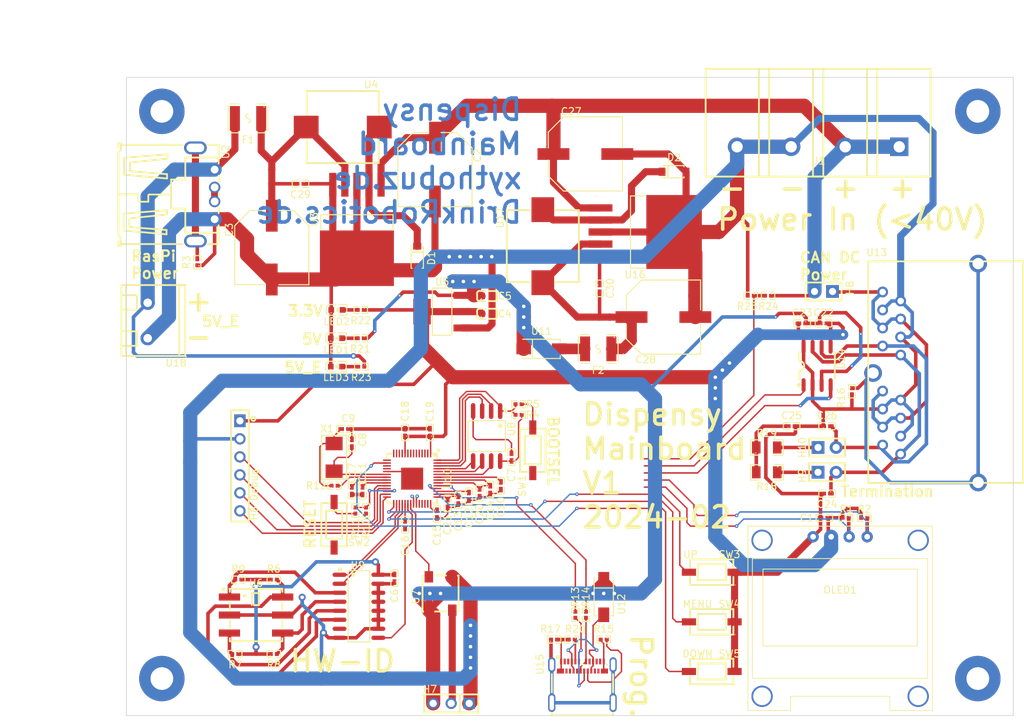
<source format=kicad_pcb>
(kicad_pcb (version 20221018) (generator pcbnew)
  (title_block (title "Dispensy Mainboard") (date "2024-02-05") (rev "1") (company "DrinkRobotics") (comment 1 "https://git.xythobuz.de/thomas/Dispensy") (comment 2 "Licensed under the CERN-OHL-S-2.0+") (comment 3 "PCB Thickness: 1mm") (comment 4 "Copyright (c) 2023 - 2024 Thomas Buck <thomas@xythobuz.de>"))
  (layers (0 "F.Cu" signal) (31 "B.Cu" signal) (34 "B.Paste" user) (35 "F.Paste" user) (36 "B.SilkS" user "B.Silkscreen") (37 "F.SilkS" user "F.Silkscreen") (38 "B.Mask" user) (39 "F.Mask" user) (44 "Edge.Cuts" user))
  (net 0 "")
  (net 1 "GND")
  (net 2 "+3.3V")
  (net 3 "+VDC")
  (net 4 "/EXT_PSU/Vout")
  (net 5 "+5V")
  (net 6 "Net-(U10-XIN)")
  (net 7 "Net-(X1-OSC2)")
  (net 8 "+1V1")
  (net 9 "Net-(U14-CANH)")
  (net 10 "Net-(C25-Pad1)")
  (net 11 "Net-(U14-CANL)")
  (net 12 "/PI/PI_PSU/Vout")
  (net 13 "Net-(U3-OUT)")
  (net 14 "Net-(U16-OUT)")
  (net 15 "/PI/ADC0")
  (net 16 "/PI/ADC1")
  (net 17 "/PI/ADC2")
  (net 18 "/PI/ADC3")
  (net 19 "/PI/IO0")
  (net 20 "/PI/IO1")
  (net 21 "/PI/IO2")
  (net 22 "/PI/IO3")
  (net 23 "/PI/IO4")
  (net 24 "/PI/IO5")
  (net 25 "/PI/IO6")
  (net 26 "/PI/IO7")
  (net 27 "/PI/IO8")
  (net 28 "/PI/IO9")
  (net 29 "/PI/IO10")
  (net 30 "/PI/IO11")
  (net 31 "/PI/IO12")
  (net 32 "/PI/IO13")
  (net 33 "/PI/IO14")
  (net 34 "/PI/IO15")
  (net 35 "/PI/Debug_Clock")
  (net 36 "/PI/Debug_Data")
  (net 37 "/PI/Debug_Tx")
  (net 38 "/PI/Debug_Rx")
  (net 39 "Net-(U7-DO)")
  (net 40 "Net-(H8-Pad1)")
  (net 41 "Net-(H9-Pad1)")
  (net 42 "Net-(H10-Pad1)")
  (net 43 "/PI/I2C_SCL")
  (net 44 "/PI/I2C_SDA")
  (net 45 "Net-(U2-SH1)")
  (net 46 "/PI/SPI_FLASH.SS")
  (net 47 "Net-(R5-Pad1)")
  (net 48 "Net-(U9-D7)")
  (net 49 "Net-(U9-D6)")
  (net 50 "Net-(U9-D5)")
  (net 51 "Net-(U9-D4)")
  (net 52 "Net-(U10-RUN)")
  (net 53 "Net-(R11-Pad2)")
  (net 54 "Net-(U10-XOUT)")
  (net 55 "/PI/USBC.DP")
  (net 56 "Net-(U10-USB_DP)")
  (net 57 "/PI/USBC.DM")
  (net 58 "Net-(U10-USB_DM)")
  (net 59 "Net-(U15-CC2)")
  (net 60 "Net-(R16-Pad1)")
  (net 61 "/PI/USBC.SHIELD")
  (net 62 "Net-(U15-CC1)")
  (net 63 "Net-(U2-D+)")
  (net 64 "/PI/LED_Din")
  (net 65 "/PI/SPI_FLASH.SD1")
  (net 66 "/PI/SPI_FLASH.SD2")
  (net 67 "/PI/SPI_FLASH.SD0")
  (net 68 "/PI/SPI_FLASH.SCLK")
  (net 69 "/PI/SPI_FLASH.SD3")
  (net 70 "/PI/SR_Load")
  (net 71 "/PI/SR_Clock")
  (net 73 "/PI/SR_Data")
  (net 74 "Net-(U10-GPIO24)")
  (net 75 "Net-(U10-GPIO25)")
  (net 76 "/PI/USBC.VBUS")
  (net 87 "Net-(U2-VCC)")
  (net 88 "Net-(U11-A)")
  (net 89 "Net-(LED1-+)")
  (net 90 "Net-(LED2-+)")
  (net 91 "Net-(LED3-+)")
  (footprint "jlc_footprints:HDR-TH_3P-P2.54-V-F" (layer "F.Cu") (at 139.275082 136 180)
    (fp_text reference "H7")
    (fp_text value "WS2812")
  )
  (footprint "jlc_footprints:C0402" (layer "F.Cu") (at 140.275082 107.34763 -90)
    (fp_text reference "C13")
    (fp_text value "1uF")
  )
  (footprint "jlc_footprints:LED0603-RD" (layer "F.Cu") (at 123.101981 88.506858)
    (fp_text reference "LED3")
    (fp_text value "FC-D1608HGK-572C")
  )
  (footprint "jlc_footprints:SW-SMD_L6.1-W3.6-LS6.6" (layer "F.Cu") (at 176 124.5 180)
    (fp_text reference "SW4")
    (fp_text value "MENU")
  )
  (footprint "jlc_footprints:R1206" (layer "F.Cu") (at 183.754966 99.907765)
    (fp_text reference "R19")
    (fp_text value "60R4")
  )
  (footprint "jlc_footprints:TO-263-5_L10.6-W9.6-P1.70-LS15.9-BR" (layer "F.Cu") (at 125.990456 68.034258 90)
    (fp_text reference "U3")
    (fp_text value "LM2576S-5_0_TR")
  )
  (footprint "jlc_footprints:R0402" (layer "F.Cu") (at 127.275082 108.802545 -90)
    (fp_text reference "R10")
    (fp_text value "10K")
  )
  (footprint "jlc_footprints:CAP-SMD_BD10.0-L10.3-W10.3-FD" (layer "F.Cu") (at 158.190482 58.51762)
    (fp_text reference "C27")
    (fp_text value "100uF")
  )
  (footprint "jlc_footprints:CONN-TH_4P-P7.62_L15.2-W31.7-EX4.2" (layer "F.Cu") (at 191 57.5 180)
    (fp_text reference "U1")
    (fp_text value "DBT50G-7_62-4P")
  )
  (footprint "jlc_footprints:R0402" (layer "F.Cu") (at 158.275082 123.5 -90)
    (fp_text reference "R14")
    (fp_text value "27R4")
  )
  (footprint "jlc_footprints:RJ45-TH_DS1129-05-S80BP-X" (layer "F.Cu") (at 206.140469 89.407765 90)
    (fp_text reference "U13")
    (fp_text value "CAN_IO")
  )
  (footprint "jlc_footprints:SOD-123_L2.8-W1.8-LS3.7-RD" (layer "F.Cu") (at 170.690482 61.01762)
    (fp_text reference "D2")
    (fp_text value "MBR340F")
  )
  (footprint "jlc_footprints:C0402" (layer "F.Cu") (at 188.754966 82.407765 180)
    (fp_text reference "C23")
    (fp_text value "47nF")
  )
  (footprint "jlc_footprints:SW-SMD_L6.1-W3.6-LS6.6" (layer "F.Cu") (at 176 117.5 180)
    (fp_text reference "SW3")
    (fp_text value "UP")
  )
  (footprint "jlc_footprints:F1812" (layer "F.Cu") (at 110.646558 53.5 180)
    (fp_text reference "F1")
    (fp_text value "ASMD1812-350-16V")
  )
  (footprint "jlc_footprints:C0402" (layer "F.Cu") (at 126.775082 106 -90)
    (fp_text reference "C11")
    (fp_text value "100nF")
  )
  (footprint "jlc_footprints:CAP-SMD_BD10.0-L10.3-W10.3-FD" (layer "F.Cu") (at 136.990456 60.717646 -90)
    (fp_text reference "C2")
    (fp_text value "100uF")
  )
  (footprint "jlc_footprints:R0402" (layer "F.Cu") (at 114.275082 118.53813)
    (fp_text reference "R6")
    (fp_text value "10K")
  )
  (footprint "jlc_footprints:C0402" (layer "F.Cu") (at 191.874904 109.82738 180)
    (fp_text reference "C1")
    (fp_text value "100nF")
  )
  (footprint "jlc_footprints:R0402" (layer "F.Cu") (at 156.775082 123.5 -90)
    (fp_text reference "R13")
    (fp_text value "27R4")
  )
  (footprint "jlc_footprints:C0402" (layer "F.Cu") (at 138.775082 107.802545 -90)
    (fp_text reference "C21")
    (fp_text value "100nF")
  )
  (footprint "jlc_footprints:C0402" (layer "F.Cu") (at 192.254966 96.907765)
    (fp_text reference "C26")
    (fp_text value "100pF")
  )
  (footprint "jlc_footprints:HDR-TH_6P-P2.54-V-F" (layer "F.Cu") (at 109.5 102.5 -90)
    (fp_text reference "H6")
    (fp_text value "Debug")
  )
  (footprint "jlc_footprints:C0402" (layer "F.Cu") (at 132.775082 110.802545 -90)
    (fp_text reference "C16")
    (fp_text value "100nF")
  )
  (footprint "jlc_footprints:R0402" (layer "F.Cu") (at 126.601981 88.506858 180)
    (fp_text reference "R23")
    (fp_text value "1K")
  )
  (footprint "jlc_footprints:SOT-223-4_L6.5-W3.5-P2.30-LS7.0-BR" (layer "F.Cu") (at 138 80.75)
    (fp_text reference "U5")
    (fp_text value "AMS1117-3_3_C347222")
  )
  (footprint "jlc_footprints:SOIC-8_L5.0-W4.0-P1.27-LS6.0-BL" (layer "F.Cu") (at 190.849962 88.407765)
    (fp_text reference "U14")
    (fp_text value "TJA1042T_3_1J")
  )
  (footprint "jlc_footprints:CONN-TH_XY300V-A-5.0-2P" (layer "F.Cu") (at 96.5 82 90)
    (fp_text reference "U18")
    (fp_text value "XY300V-A-5_0-2P")
  )
  (footprint "jlc_footprints:LED-SMD_4P-L5.0-W5.0-LS5.4-TL-1" (layer "F.Cu") (at 137.775082 120.5 90)
    (fp_text reference "U7")
    (fp_text value "WS2812E-V5")
  )
  (footprint "MountingHole:MountingHole_3.2mm_M3_Pad_TopBottom" (layer "F.Cu") (at 213.5 52.5)
    (fp_text reference "H12" hide)
    (fp_text value "MountingHole" hide)
  )
  (footprint "jlc_footprints:R0402" (layer "F.Cu") (at 103.490456 73.784829 90)
    (fp_text reference "R3")
    (fp_text value "1M")
  )
  (footprint "jlc_footprints:LED0603-RD" (layer "F.Cu") (at 123.169164 80.503429)
    (fp_text reference "LED2")
    (fp_text value "FC-D1608HGK-572C")
  )
  (footprint "jlc_footprints:C0402" (layer "F.Cu") (at 147.775082 101.25746 90)
    (fp_text reference "C7")
    (fp_text value "100nF")
  )
  (footprint "jlc_footprints:C0402" (layer "F.Cu") (at 124.320167 97.302545 180)
    (fp_text reference "C9")
    (fp_text value "27p")
  )
  (footprint "jlc_footprints:HDR-TH_2P-P2.54-V-M-1" (layer "F.Cu") (at 191.754966 77.907765 180)
    (fp_text reference "H8")
    (fp_text value "PWR")
  )
  (footprint "jlc_footprints:R0402" (layer "F.Cu") (at 194.874904 109.82738 180)
    (fp_text reference "R1")
    (fp_text value "10K")
  )
  (footprint "jlc_footprints:R0402" (layer "F.Cu") (at 156.275082 127 180)
    (fp_text reference "R20")
    (fp_text value "5K1")
  )
  (footprint "jlc_footprints:C0402" (layer "F.Cu") (at 132.775082 97.802545 90)
    (fp_text reference "C18")
    (fp_text value "100nF")
  )
  (footprint "jlc_footprints:USB-C-SMD_TYPE-C-USB-18" (layer "F.Cu") (at 157.775082 133)
    (fp_text reference "U15")
    (fp_text value "USB-C")
  )
  (footprint "jlc_footprints:C0402" (layer "F.Cu") (at 141.775082 106.802545 -90)
    (fp_text reference "C12")
    (fp_text value "1uF")
  )
  (footprint "jlc_footprints:OSC-SMD_2P-L5.0-W3.2" (layer "F.Cu") (at 122.775082 101.302545 90)
    (fp_text reference "X1")
    (fp_text value "12MHz")
  )
  (footprint "jlc_footprints:SW-SMD_L6.1-W3.6-LS6.6" (layer "F.Cu") (at 150.775082 100.302545 -90)
    (fp_text reference "SW1")
    (fp_text value "BOOTSEL")
  )
  (footprint "MountingHole:MountingHole_3.2mm_M3_Pad_TopBottom" (layer "F.Cu") (at 98.5 52.5)
    (fp_text reference "H11" hide)
    (fp_text value "MountingHole" hide)
  )
  (footprint "jlc_footprints:TO-263-5_L10.6-W9.6-P1.70-LS15.9-BR" (layer "F.Cu") (at 165.507094 69.51762 180)
    (fp_text reference "U16")
    (fp_text value "LM2576S-5_0_TR")
  )
  (footprint "jlc_footprints:R0402" (layer "F.Cu") (at 183.932817 78.5 180)
    (fp_text reference "R24")
    (fp_text value "147K")
  )
  (footprint "jlc_footprints:R0402" (layer "F.Cu") (at 125.775082 108.802545 -90)
    (fp_text reference "R11")
    (fp_text value "1K")
  )
  (footprint "jlc_footprints:R0402" (layer "F.Cu") (at 122.842265 105.302545)
    (fp_text reference "R12")
    (fp_text value "1K")
  )
  (footprint "jlc_footprints:SW-SMD_L6.1-W3.6-LS6.6" (layer "F.Cu") (at 122.775082 110.802545 -90)
    (fp_text reference "SW2")
    (fp_text value "RESET")
  )
  (footprint "jlc_footprints:R0402" (layer "F.Cu") (at 153.775082 127)
    (fp_text reference "R17")
    (fp_text value "1M")
  )
  (footprint "jlc_footprints:R0402" (layer "F.Cu") (at 148.775082 95.302545 180)
    (fp_text reference "R4")
    (fp_text value "10K")
  )
  (footprint "jlc_footprints:R0402" (layer "F.Cu") (at 160.775082 127 180)
    (fp_text reference "R15")
    (fp_text value "5K1")
  )
  (footprint "jlc_footprints:C0402" (layer "F.Cu") (at 143.275082 106.302545 -90)
    (fp_text reference "C20")
    (fp_text value "100nF")
  )
  (footprint "jlc_footprints:SOIC-8_L5.3-W5.3-P1.27-LS8.0-BL" (layer "F.Cu") (at 144.275082 98.302545 180)
    (fp_text reference "U8")
    (fp_text value "W25Q128JVSIQ")
  )
  (footprint "jlc_footprints:C0402" (layer "F.Cu") (at 192.254966 106.407765 180)
    (fp_text reference "C24")
    (fp_text value "100pF")
  )
  (footprint "jlc_footprints:R0402" (layer "F.Cu") (at 126.534798 80.503429 180)
    (fp_text reference "R22")
    (fp_text value "1K")
  )
  (footprint "jlc_footprints:LED0603-RD" (layer "F.Cu") (at 123.101981 84.503429)
    (fp_text reference "LED1")
    (fp_text value "FC-D1608HGK-572C")
  )
  (footprint "jlc_footprints:SMA_L4.4-W2.8-LS5.4-R-RD" (layer "F.Cu") (at 152 86)
    (fp_text reference "U11")
    (fp_text value "SS54_C22452")
  )
  (footprint "jlc_footprints:F1812" (layer "F.Cu") (at 160 86 180)
    (fp_text reference "F2")
    (fp_text value "ASMD1812-350-16V")
  )
  (footprint "MountingHole:MountingHole_3.2mm_M3_Pad_TopBottom" (layer "F.Cu") (at 213.5 132.5)
    (fp_text reference "H14" hide)
    (fp_text value "MountingHole" hide)
  )
  (footprint "jlc_footprints:CAP-SMD_BD10.0-L10.3-W10.3-LS11.3-FD" (layer "F.Cu") (at 113.990456 71.717646 -90)
    (fp_text reference "C3")
    (fp_text value "1000uF")
  )
  (footprint "jlc_footprints:CAP-SMD_BD10.0-L10.3-W10.3-LS11.3-FD" (layer "F.Cu") (at 169.190482 81.51762)
    (fp_text reference "C28")
    (fp_text value "1000uF")
  )
  (footprint "jlc_footprints:C0402" (layer "F.Cu") (at 146.275082 105.302545 -90)
    (fp_text reference "C10")
    (fp_text value "100nF")
  )
  (footprint "jlc_footprints:C0603" (layer "F.Cu") (at 144.3349 78.549975)
    (fp_text reference "C5")
    (fp_text value "10uF")
  )
  (footprint "jlc_footprints:C0402" (layer "F.Cu") (at 136.275082 97.802545 90)
    (fp_text reference "C19")
    (fp_text value "100nF")
  )
  (footprint "jlc_footprints:R0402" (layer "F.Cu") (at 181.5 78.5 180)
    (fp_text reference "R25")
    (fp_text value "10K")
  )
  (footprint "jlc_footprints:C0402" (layer "F.Cu") (at 137.275082 109.302545 -90)
    (fp_text reference "C15")
    (fp_text value "100nF")
  )
  (footprint "jlc_footprints:R0402" (layer "F.Cu") (at 195.754966 91.974948 -90)
    (fp_text reference "R16")
    (fp_text value "1M")
  )
  (footprint "jlc_footprints:SMA_L4.4-W2.8-LS5.4-R-RD" (layer "F.Cu") (at 160.775082 121 -90)
    (fp_text reference "U12")
    (fp_text value "SS54_C22452")
  )
  (footprint "jlc_footprints:R0402" (layer "F.Cu") (at 148.775082 93.802545 180)
    (fp_text reference "R5")
    (fp_text value "1K")
  )
  (footprint "jlc_footprints:SW-SMD_SM_SKCR-16S" (layer "F.Cu") (at 111.775082 123.53813 90)
    (fp_text reference "U6")
    (fp_text value "SKCR-16S")
  )
  (footprint "jlc_footprints:C0603" (layer "F.Cu") (at 144.3349 81.049975)
    (fp_text reference "C4")
    (fp_text value "10uF")
  )
  (footprint "jlc_footprints:C0402" (layer "F.Cu") (at 187.254966 96.907765)
    (fp_text reference "C25")
    (fp_text value "4.7nF")
  )
  (footprint "jlc_footprints:C0402" (layer "F.Cu") (at 144.775082 105.84763 -90)
    (fp_text reference "C14")
    (fp_text value "100nF")
  )
  (footprint "jlc_footprints:R1206" (layer "F.Cu") (at 183.754966 103.407765 180)
    (fp_text reference "R18")
    (fp_text value "60R4")
  )
  (footprint "jlc_footprints:USB-A-TH_USB-302-T" (layer "F.Cu") (at 104.581769 64.217646 -90)
    (fp_text reference "U2")
    (fp_text value "USB-A")
  )
  (footprint "jlc_footprints:C0402" (layer "F.Cu") (at 131.275082 118.34763 90)
    (fp_text reference "C6")
    (fp_text value "100nF")
  )
  (footprint "jlc_footprints:SOIC-16_L9.9-W3.9-P1.27-LS6.0-BL" (layer "F.Cu") (at 126.275082 122.302545 -90)
    (fp_text reference "U9")
    (fp_text value "74HC165D,653")
  )
  (footprint "jlc_footprints:R0402" (layer "F.Cu") (at 197.5 109.845 180)
    (fp_text reference "R2")
    (fp_text value "10K")
  )
  (footprint "MountingHole:MountingHole_3.2mm_M3_Pad_TopBottom" (layer "F.Cu") (at 98.5 132.5)
    (fp_text reference "H13" hide)
    (fp_text value "MountingHole" hide)
  )
  (footprint "jlc_footprints:SOD-123_L2.8-W1.8-LS3.7-RD" (layer "F.Cu") (at 134.490456 73.217646 -90)
    (fp_text reference "D1")
    (fp_text value "MBR340F")
  )
  (footprint "jlc_footprints:SW-SMD_L6.1-W3.6-LS6.6" (layer "F.Cu") (at 176 131.5 180)
    (fp_text reference "SW5")
    (fp_text value "DOWN")
  )
  (footprint "jlc_footprints:IND-SMD_L11.5-W10.0_YSPI1050" (layer "F.Cu") (at 152.190482 71.51762 -90)
    (fp_text reference "U17")
    (fp_text value "100uH")
  )
  (footprint "jlc_footprints:LQFN-56_L7.0-W7.0-P0.4-EP" (layer "F.Cu") (at 133.774955 104.302545 -90)
    (fp_text reference "U10")
    (fp_text value "RP2040")
  )
  (footprint "jlc_footprints:IND-SMD_L11.5-W10.0_YSPI1050" (layer "F.Cu") (at 123.990456 54.717646 180)
    (fp_text reference "U4")
    (fp_text value "100uH")
  )
  (footprint "jlc_footprints:R0402" (layer "F.Cu") (at 114.275082 129.03813)
    (fp_text reference "R8")
    (fp_text value "10K")
  )
  (footprint "jlc_footprints:R0402" (layer "F.Cu") (at 126.534798 84.503429 180)
    (fp_text reference "R21")
    (fp_text value "1K")
  )
  (footprint "jlc_footprints:C0402" (layer "F.Cu") (at 125.275082 99.302545 -90)
    (fp_text reference "C8")
    (fp_text value "27p")
  )
  (footprint "jlc_footprints:C0402" (layer "F.Cu") (at 118.035541 62.717646 180)
    (fp_text reference "C29")
    (fp_text value "100nF")
  )
  (footprint "jlc_footprints:R0402" (layer "F.Cu") (at 109.275082 118.53813 180)
    (fp_text reference "R9")
    (fp_text value "10K")
  )
  (footprint "extern:SSD1306_0.96_Oled" (layer "F.Cu") (at 181.095 137)
    (fp_text reference "OLED1")
    (fp_text value "SSD1306")
  )
  (footprint "jlc_footprints:C0402" (layer "F.Cu") (at 191.754966 82.407765)
    (fp_text reference "C22")
    (fp_text value "100nF")
  )
  (footprint "jlc_footprints:C0402" (layer "F.Cu") (at 125.275082 106 -90)
    (fp_text reference "C17")
    (fp_text value "100nF")
  )
  (footprint "jlc_footprints:HDR-TH_2P-P2.54-V-M-1" (layer "F.Cu") (at 192.254966 99.907765)
    (fp_text reference "H10")
    (fp_text value "T_CL")
  )
  (footprint "jlc_footprints:R0402" (layer "F.Cu") (at 108.842265 129.03813 180)
    (fp_text reference "R7")
    (fp_text value "10K")
  )
  (footprint "jlc_footprints:HDR-TH_2P-P2.54-V-M-1" (layer "F.Cu") (at 192.254966 103.407765)
    (fp_text reference "H9")
    (fp_text value "T_CH")
  )
  (footprint "jlc_footprints:C0402" (layer "F.Cu") (at 160.190482 77.472535 -90)
    (fp_text reference "C30")
    (fp_text value "100nF")
  )
  (gr_rect (start 93.490456 47.717646) (end 218.490456 137.717646) (stroke (width 0.1)) (fill none) (layer "Edge.Cuts"))
  (gr_text "Dispensy\nMainboard\nxythobuz.de\nDrinkRobotics.de" (at 149.5 68.5) (layer "B.Cu") (effects (font (size 3 3) (thickness 0.5) bold) (justify left bottom mirror)))
  (gr_text "BOOTSEL" (at 152.775082 95.302545 -90) (layer "F.SilkS") (effects (font (size 1.5 1.5) (thickness 0.3) bold) (justify left bottom)))
  (gr_text "Power In (<40V)" (at 176.5 69.5) (layer "F.SilkS") (effects (font (size 3 3) (thickness 0.5) bold) (justify left bottom)))
  (gr_text "-" (at 176.689992 65) (layer "F.SilkS") (effects (font (size 3 3) (thickness 0.5) bold) (justify left bottom)))
  (gr_text "Termination" (at 194 107) (layer "F.SilkS") (effects (font (size 1.5 1.5) (thickness 0.3) bold) (justify left bottom)))
  (gr_text "+" (at 192.689992 65) (layer "F.SilkS") (effects (font (size 3 3) (thickness 0.5) bold) (justify left bottom)))
  (gr_text "Dispensy\nMainboard\nV1\n2024-02" (at 157.5 111.5) (layer "F.SilkS") (effects (font (size 3 3) (thickness 0.5) bold) (justify left bottom)))
  (gr_text "RasPi\nPower" (at 93.990456 76.217646) (layer "F.SilkS") (effects (font (size 1.5 1.5) (thickness 0.3) bold) (justify left bottom)))
  (gr_text "-" (at 101.5 86) (layer "F.SilkS") (effects (font (size 3 3) (thickness 0.5) bold) (justify left bottom)))
  (gr_text "HW-ID" (at 116.275082 131.802545) (layer "F.SilkS") (effects (font (size 3 3) (thickness 0.5) bold) (justify left bottom)))
  (gr_text "Prog." (at 164.275082 126 -90) (layer "F.SilkS") (effects (font (size 3 3) (thickness 0.5) bold) (justify left bottom)))
  (gr_text "+" (at 200.689992 65) (layer "F.SilkS") (effects (font (size 3 3) (thickness 0.5) bold) (justify left bottom)))
  (gr_text "RESET" (at 120.275082 114.302545 90) (layer "F.SilkS") (effects (font (size 1.5 1.5) (thickness 0.3) bold) (justify left bottom)))
  (gr_text "5V_E" (at 104 83) (layer "F.SilkS") (effects (font (size 1.5 1.5) (thickness 0.3) bold) (justify left bottom)))
  (gr_text "CAN DC\nPower" (at 188.254966 76.407765) (layer "F.SilkS") (effects (font (size 1.5 1.5) (thickness 0.3) bold) (justify left bottom)))
  (gr_text "3.3V" (at 116.101981 81.503429) (layer "F.SilkS") (effects (font (size 1.5 1.5) (thickness 0.3) bold) (justify left bottom)))
  (gr_text "5V" (at 118.101981 85.503429) (layer "F.SilkS") (effects (font (size 1.5 1.5) (thickness 0.3) bold) (justify left bottom)))
  (gr_text "+" (at 101.5 81) (layer "F.SilkS") (effects (font (size 3 3) (thickness 0.5) bold) (justify left bottom)))
  (gr_text "5V_E" (at 115.601981 89.503429) (layer "F.SilkS") (effects (font (size 1.5 1.5) (thickness 0.3) bold) (justify left bottom)))
  (gr_text "-" (at 185.189992 65) (layer "F.SilkS") (effects (font (size 3 3) (thickness 0.5) bold) (justify left bottom)))
  (segment (start 134.490456 74.910051) (end 127.682861 74.910051) (width 2) (layer "F.Cu") (net 1))
  (segment (start 139.820167 108.34763) (end 140.275082 107.892715) (width 0.2) (layer "F.Cu") (net 1))
  (segment (start 107.717773 67.717773) (end 110.5 70.5) (width 2) (layer "F.Cu") (net 1))
  (segment (start 129.010667 122.937546) (end 129.010667 121.667544) (width 0.5) (layer "F.Cu") (net 1))
  (segment (start 145.034925 78.549975) (end 145.034925 73.034925) (width 1) (layer "F.Cu") (net 1))
  (segment (start 143.275082 106.84763) (end 144.320167 106.84763) (width 0.2) (layer "F.Cu") (net 1))
  (segment (start 125.990456 62.85087) (end 125.990456 73.217646) (width 1) (layer "F.Cu") (net 1))
  (segment (start 154.207899 127) (end 154.775082 127) (width 0.5) (layer "F.Cu") (net 1))
  (segment (start 160.775082 127.570002) (end 160.342265 127.137185) (width 0.2) (layer "F.Cu") (net 1))
  (segment (start 191.709881 96.907765) (end 191.709881 94.532733) (width 0.5) (layer "F.Cu") (net 1))
  (segment (start 136.990456 74.509544) (end 136.589949 74.910051) (width 2) (layer "F.Cu") (net 1))
  (segment (start 118.275082 121.03813) (end 118.275082 122.03813) (width 0.5) (layer "F.Cu") (net 1))
  (segment (start 172.382887 67.825215) (end 170.690482 69.51762) (width 1) (layer "F.Cu") (net 1))
  (segment (start 181.067183 68.427229) (end 179.569977 66.930023) (width 0.5) (layer "F.Cu") (net 1))
  (segment (start 105.936735 67.717773) (end 107.717773 67.717773) (width 2) (layer "F.Cu") (net 1))
  (segment (start 110.5 72.727063) (end 113.990456 76.217519) (width 2) (layer "F.Cu") (net 1))
  (segment (start 147.275082 98.802545) (end 147.775082 99.302545) (width 0.2) (layer "F.Cu") (net 1))
  (segment (start 142.775082 107.34763) (end 143.275082 106.84763) (width 0.2) (layer "F.Cu") (net 1))
  (segment (start 187.625096 98.01762) (end 187.800051 97.842665) (width 0.5) (layer "F.Cu") (net 1))
  (segment (start 184.125096 98.01762) (end 187.625096 98.01762) (width 0.5) (layer "F.Cu") (net 1))
  (segment (start 179.569977 66.930023) (end 176.98238 69.51762) (width 2) (layer "F.Cu") (net 1))
  (segment (start 136.990456 73.009544) (end 136.990456 65.217519) (width 1) (layer "F.Cu") (net 1))
  (segment (start 142.775082 98.802545) (end 147.275082 98.802545) (width 0.2) (layer "F.Cu") (net 1))
  (segment (start 136.589949 74.910051) (end 134.490456 74.910051) (width 2) (layer "F.Cu") (net 1))
  (segment (start 202.625458 93.217646) (end 204.754966 91.088138) (width 0.5) (layer "F.Cu") (net 1))
  (segment (start 122.990583 76.217519) (end 125.990456 73.217646) (width 1) (layer "F.Cu") (net 1))
  (segment (start 124.865252 97.302545) (end 125.275082 97.712375) (width 0.2) (layer "F.Cu") (net 1))
  (segment (start 190.214961 93.36776) (end 191.334849 94.487648) (width 0.5) (layer "F.Cu") (net 1))
  (segment (start 167.290431 72.917671) (end 170.690482 69.51762) (width 1) (layer "F.Cu") (net 1))
  (segment (start 129.010667 124.207549) (end 129.010667 122.937546) (width 0.5) (layer "F.Cu") (net 1))
  (segment (start 154.775082 130.090043) (end 154.775082 131.33998) (width 0.2) (layer "F.Cu") (net 1))
  (segment (start 183.625096 98.51762) (end 184.125096 98.01762) (width 0.5) (layer "F.Cu") (net 1))
  (segment (start 160.775082 131.33998) (end 160.875158 131.440056) (width 0.2) (layer "F.Cu") (net 1))
  (segment (start 172.382887 61.01762) (end 172.382887 67.825215) (width 1) (layer "F.Cu") (net 1))
  (segment (start 160.342265 127.137185) (end 160.342265 127) (width 0.2) (layer "F.Cu") (net 1))
  (segment (start 122.302514 84.506858) (end 122.302514 88.510287) (width 0.5) (layer "F.Cu") (net 1))
  (segment (start 185.87949 106.407765) (end 183.625096 104.153371) (width 0.5) (layer "F.Cu") (net 1))
  (segment (start 103.490456 74.217646) (end 104.260458 74.217646) (width 0.5) (layer "F.Cu") (net 1))
  (segment (start 145.034925 73.034925) (end 145 73) (width 1) (layer "F.Cu") (net 1))
  (segment (start 131.040258 119.127539) (end 131.275082 118.892715) (width 0.5) (layer "F.Cu") (net 1))
  (segment (start 181.067183 78.5) (end 181.067183 68.427229) (width 0.5) (layer "F.Cu") (net 1))
  (segment (start 136.990456 73.009544) (end 139.240456 73.009544) (width 2) (layer "F.Cu") (net 1))
  (segment (start 145.729997 106.392715) (end 146.275082 105.84763) (width 0.2) (layer "F.Cu") (net 1))
  (segment (start 137.275082 109.84763) (end 138.229997 109.84763) (width 0.2) (layer "F.Cu") (net 1))
  (segment (start 144.320167 106.84763) (end 144.775082 106.392715) (width 0.2) (layer "F.Cu") (net 1))
  (segment (start 145.034925 78.549975) (end 145.034925 81.049975) (width 1) (layer "F.Cu") (net 1))
  (segment (start 154.775082 127) (end 155.842265 127) (width 0.5) (layer "F.Cu") (net 1))
  (segment (start 138.775082 108.34763) (end 139.820167 108.34763) (width 0.2) (layer "F.Cu") (net 1))
  (segment (start 127.682861 74.910051) (end 125.990456 73.217646) (width 1) (layer "F.Cu") (net 1))
  (segment (start 195.754966 92.407765) (end 195.754966 94.487648) (width 0.5) (layer "F.Cu") (net 1))
  (segment (start 138.775082 109.302545) (end 138.775082 108.34763) (width 0.2) (layer "F.Cu") (net 1))
  (segment (start 162.690355 58.51762) (end 169.882887 58.51762) (width 1) (layer "F.Cu") (net 1))
  (segment (start 130.224917 103.302545) (end 132.775082 103.302545) (width 0.2) (layer "F.Cu") (net 1))
  (segment (start 129.010667 125.477551) (end 129.010667 124.207549) (width 0.5) (layer "F.Cu") (net 1))
  (segment (start 125.890652 126.747554) (end 123.539497 126.747554) (width 0.5) (layer "F.Cu") (net 1))
  (segment (start 140.5 73) (end 142 73) (width 2) (layer "F.Cu") (net 1))
  (segment (start 110.5 70.5) (end 110.5 72.727063) (width 2) (layer "F.Cu") (net 1))
  (segment (start 154.775082 130.090043) (end 154.775082 127) (width 0.2) (layer "F.Cu") (net 1))
  (segment (start 191.329819 109.82738) (end 191.329819 106.787827) (width 0.5) (layer "F.Cu") (net 1))
  (segment (start 145.034925 82.499975) (end 145.034925 81.049975) (width 1) (layer "F.Cu") (net 1))
  (segment (start 138.229997 109.84763) (end 138.775082 109.302545) (width 0.2) (layer "F.Cu") (net 1))
  (segment (start 187.189992 57.5) (end 179.569977 57.5) (width 2) (layer "F.Cu") (net 1))
  (segment (start 160.323706 69.51762) (end 170.690482 69.51762) (width 1) (layer "F.Cu") (net 1))
  (segment (start 188.944958 84.097757) (end 188.209881 83.36268) (width 0.5) (layer "F.Cu") (net 1))
  (segment (start 118.275082 122.03813) (end 116.775082 123.53813) (width 0.5) (layer "F.Cu") (net 1))
  (segment (start 122.590405 62.85087) (end 122.590405 69.817595) (width 1) (layer "F.Cu") (net 1))
  (segment (start 142.370078 98.397541) (end 142.775082 98.802545) (width 0.2) (layer "F.Cu") (net 1))
  (segment (start 143.5 73) (end 145 73) (width 2) (layer "F.Cu") (net 1))
  (segment (start 173.690355 72.517493) (end 170.690482 69.51762) (width 1) (layer "F.Cu") (net 1))
  (segment (start 190.214961 89.36776) (end 188.944958 88.097757) (width 0.5) (layer "F.Cu") (net 1))
  (segment (start 187.800051 97.842665) (end 187.800051 96.907765) (width 0.5) (layer "F.Cu") (net 1))
  (segment (start 104.260458 74.217646) (end 105.936735 72.541369) (width 0.5) (layer "F.Cu") (net 1))
  (segment (start 147.775082 99.302545) (end 147.775082 100.712375) (width 0.2) (layer "F.Cu") (net 1))
  (segment (start 191.329819 109.82738) (end 191.329819 111.455181) (width 0.5) (layer "F.Cu") (net 1))
  (segment (start 142 73) (end 143.5 73) (width 2) (layer "F.Cu") (net 1))
  (segment (start 126.775082 106.545085) (end 125.275082 106.545085) (width 0.5) (layer "F.Cu") (net 1))
  (segment (start 136.990456 73.009544) (end 136.990456 74.509544) (width 2) (layer "F.Cu") (net 1))
  (segment (start 141.815087 136) (end 142 135.815087) (width 2) (layer "F.Cu") (net 1))
  (segment (start 154.775082 131.33998) (end 154.675006 131.440056) (width 0.2) (layer "F.Cu") (net 1))
  (segment (start 160.775082 130.090043) (end 160.775082 131.33998) (width 0.2) (layer "F.Cu") (net 1))
  (segment (start 129.010667 125.477551) (end 127.160655 125.477551) (width 0.5) (layer "F.Cu") (net 1))
  (segment (start 183.625096 104.153371) (end 183.625096 98.51762) (width 0.5) (layer "F.Cu") (net 1))
  (segment (start 142 120.724791) (end 139.425196 118.149987) (width 2) (layer "F.Cu") (net 1))
  (segment (start 185.285 117.5) (end 179.217424 117.5) (width 1) (layer "F.Cu") (net 1))
  (segment (start 160.775082 130.090043) (end 160.775082 127.570002) (width 0.2) (layer "F.Cu") (net 1))
  (segment (start 113.990456 76.217519) (end 122.990583 76.217519) (width 2) (layer "F.Cu") (net 1))
  (segment (start 129.010667 119.127539) (end 129.010667 120.397541) (width 0.5) (layer "F.Cu") (net 1))
  (segment (start 142 135.815087) (end 142 120.724791) (width 2) (layer "F.Cu") (net 1))
  (segment (start 129.010667 119.127539) (end 131.040258 119.127539) (width 0.5) (layer "F.Cu") (net 1))
  (segment (start 204.754966 86.457136) (end 202.625458 84.327628) (width 0.5) (layer "F.Cu") (net 1))
  (segment (start 141.775082 107.34763) (end 142.775082 107.34763) (width 0.2) (layer "F.Cu") (net 1))
  (segment (start 144.484925 83.049975) (end 145.034925 82.499975) (width 1) (layer "F.Cu") (net 1))
  (segment (start 176.98238 69.51762) (end 170.690482 69.51762) (width 2) (layer "F.Cu") (net 1))
  (segment (start 188.944958 88.097757) (end 188.944958 85.70266) (width 0.5) (layer "F.Cu") (net 1))
  (segment (start 191.709881 106.407765) (end 185.87949 106.407765) (width 0.5) (layer "F.Cu") (net 1))
  (segment (start 122.590405 69.817595) (end 125.990456 73.217646) (width 1) (layer "F.Cu") (net 1))
  (segment (start 121.984506 126.747554) (end 121.275082 126.03813) (width 0.5) (layer "F.Cu") (net 1))
  (segment (start 179.569977 57.5) (end 179.569977 66.930023) (width 2) (layer "F.Cu") (net 1))
  (segment (start 191.329819 111.455181) (end 190.285 112.5) (width 0.5) (layer "F.Cu") (net 1))
  (segment (start 173.690355 81.51762) (end 173.690355 78.5) (width 2) (layer "F.Cu") (net 1))
  (segment (start 122.369697 80.506858) (end 122.369697 84.439675) (width 0.5) (layer "F.Cu") (net 1))
  (segment (start 191.754966 94.487648) (end 195.754966 94.487648) (width 0.5) (layer "F.Cu") (net 1))
  (segment (start 204.754966 91.088138) (end 204.754966 86.457136) (width 0.5) (layer "F.Cu") (net 1))
  (segment (start 179.217424 124.5) (end 179.217424 131.5) (width 1) (layer "F.Cu") (net 1))
  (segment (start 124.865252 97.302545) (end 132.729997 97.302545) (width 0.5) (layer "F.Cu") (net 1))
  (segment (start 118.580626 62.717646) (end 122.457181 62.717646) (width 0.5) (layer "F.Cu") (net 1))
  (segment (start 142.370078 94.772446) (end 142.370078 98.397541) (width 0.2) (layer "F.Cu") (net 1))
  (segment (start 188.209881 82.407765) (end 188.209881 83.36268) (width 0.5) (layer "F.Cu") (net 1))
  (segment (start 116.775082 123.53813) (end 115.525146 123.53813) (width 0.5) (layer "F.Cu") (net 1))
  (segment (start 160.190482 73.050895) (end 160.323706 72.917671) (width 0.5) (layer "F.Cu") (net 1))
  (segment (start 132.729997 97.302545) (end 132.775082 97.25746) (width 0.5) (layer "F.Cu") (net 1))
  (segment (start 132.775082 97.25746) (end 136.275082 97.25746) (width 0.5) (layer "F.Cu") (net 1))
  (segment (start 160.323706 72.917671) (end 167.290431 72.917671) (width 1) (layer "F.Cu") (net 1))
  (segment (start 188.944958 85.70266) (end 188.944958 84.097757) (width 0.5) (layer "F.Cu") (net 1))
  (segment (start 132.775082 103.302545) (end 133.775082 104.302545) (width 0.2) (layer "F.Cu") (net 1))
  (segment (start 125.275082 97.712375) (end 125.275082 98.75746) (width 0.2) (layer "F.Cu") (net 1))
  (segment (start 122.369697 84.439675) (end 122.302514 84.506858) (width 0.5) (layer "F.Cu") (net 1))
  (segment (start 139.25 73) (end 140.5 73) (width 2) (layer "F.Cu") (net 1))
  (segment (start 173.690355 78.5) (end 173.690355 72.517493) (width 2) (layer "F.Cu") (net 1))
  (segment (start 108.025018 123.53813) (end 115.525146 123.53813) (width 0.5) (layer "F.Cu") (net 1))
  (segment (start 123.539497 126.747554) (end 121.984506 126.747554) (width 0.5) (layer "F.Cu") (net 1))
  (segment (start 122.369697 80.506858) (end 122.369697 76.838405) (width 0.5) (layer "F.Cu") (net 1))
  (segment (start 195.754966 94.487648) (end 200.085452 94.487648) (width 0.5) (layer "F.Cu") (net 1))
  (segment (start 191.329819 106.787827) (end 191.709881 106.407765) (width 0.5) (layer "F.Cu") (net 1))
  (segment (start 169.882887 58.51762) (end 172.382887 61.01762) (width 1) (layer "F.Cu") (net 1))
  (segment (start 191.334849 94.487648) (end 191.754966 94.487648) (width 0.5) (layer "F.Cu") (net 1))
  (segment (start 140.8349 83.049975) (end 144.484925 83.049975) (width 1) (layer "F.Cu") (net 1))
  (segment (start 139.240456 73.009544) (end 139.25 73) (width 1) (layer "F.Cu") (net 1))
  (segment (start 127.160655 125.477551) (end 125.890652 126.747554) (width 0.5) (layer "F.Cu") (net 1))
  (segment (start 179.217424 117.5) (end 179.217424 124.5) (width 1) (layer "F.Cu") (net 1))
  (segment (start 160.190482 76.92745) (end 160.190482 73.050895) (width 0.5) (layer "F.Cu") (net 1))
  (segment (start 191.709881 96.907765) (end 187.800051 96.907765) (width 0.5) (layer "F.Cu") (net 1))
  (segment (start 122.457181 62.717646) (end 122.590405 62.85087) (width 0.5) (layer "F.Cu") (net 1))
  (segment (start 122.369697 76.838405) (end 125.990456 73.217646) (width 0.5) (layer "F.Cu") (net 1))
  (segment (start 141.229997 107.892715) (end 141.775082 107.34763) (width 0.2) (layer "F.Cu") (net 1))
  (segment (start 144.775082 106.392715) (end 145.729997 106.392715) (width 0.2) (layer "F.Cu") (net 1))
  (segment (start 190.214961 91.11287) (end 190.214961 89.36776) (width 0.5) (layer "F.Cu") (net 1))
  (segment (start 190.214961 91.11287) (end 190.214961 93.36776) (width 0.5) (layer "F.Cu") (net 1))
  (segment (start 190.285 112.5) (end 185.285 117.5) (width 1) (layer "F.Cu") (net 1))
  (segment (start 105.936735 72.541369) (end 105.936735 67.717773) (width 0.5) (layer "F.Cu") (net 1))
  (segment (start 191.709881 94.532733) (end 191.754966 94.487648) (width 0.5) (layer "F.Cu") (net 1))
  (segment (start 129.010667 121.667544) (end 129.010667 120.397541) (width 0.5) (layer "F.Cu") (net 1))
  (segment (start 140.275082 107.892715) (end 141.229997 107.892715) (width 0.2) (layer "F.Cu") (net 1))
  (via (at 139 73) (size 1) (drill 0.5) (layers "F.Cu" "B.Cu") (net 1))
  (via (at 142 126.5) (size 1) (drill 0.5) (layers "F.Cu" "B.Cu") (net 1))
  (via (at 142 131) (size 1) (drill 0.5) (layers "F.Cu" "B.Cu") (net 1))
  (via (at 140.5 73) (size 1) (drill 0.5) (layers "F.Cu" "B.Cu") (net 1))
  (via (at 121.275082 126.03813) (size 1) (drill 0.5) (layers "F.Cu" "B.Cu") (net 1))
  (via (at 142 125) (size 1) (drill 0.5) (layers "F.Cu" "B.Cu") (net 1))
  (via (at 145 73) (size 1) (drill 0.5) (layers "F.Cu" "B.Cu") (net 1))
  (via (at 142 128) (size 1) (drill 0.5) (layers "F.Cu" "B.Cu") (net 1))
  (via (at 118.275082 121.03813) (size 1) (drill 0.5) (layers "F.Cu" "B.Cu") (net 1))
  (via (at 142 73) (size 1) (drill 0.5) (layers "F.Cu" "B.Cu") (net 1))
  (via (at 142 129.5) (size 1) (drill 0.5) (layers "F.Cu" "B.Cu") (net 1))
  (via (at 143.5 73) (size 1) (drill 0.5) (layers "F.Cu" "B.Cu") (net 1))
  (segment (start 135 75) (end 135 86) (width 2) (layer "B.Cu") (net 1))
  (segment (start 204.254966 94.847154) (end 202.625458 93.217646) (width 0.5) (layer "B.Cu") (net 1))
  (segment (start 139 73) (end 137 73) (width 2) (layer "B.Cu") (net 1))
  (segment (start 145 73) (end 166.588087 73) (width 2) (layer "B.Cu") (net 1))
  (segment (start 141 132.5) (end 142 131.5) (width 2) (layer "B.Cu") (net 1))
  (segment (start 207.189992 65.5) (end 202.625458 70.064534) (width 1) (layer "B.Cu") (net 1))
  (segment (start 201.355454 93.217646) (end 200.085452 94.487648) (width 0.5) (layer "B.Cu") (net 1))
  (segment (start 121.275082 126.03813) (end 121 126.313212) (width 0.5) (layer "B.Cu") (net 1))
  (segment (start 101.282227 67.717773) (end 99.5 69.5) (width 2) (layer "B.Cu") (net 1))
  (segment (start 143.5 73) (end 145 73) (width 2) (layer "B.Cu") (net 1))
  (segment (start 144 73) (end 143.75 73) (width 2) (layer "B.Cu") (net 1))
  (segment (start 142 131) (end 142 129.5) (width 2) (layer "B.Cu") (net 1))
  (segment (start 118.275082 122.03813) (end 118.275082 121.03813) (width 0.5) (layer "B.Cu") (net 1))
  (segment (start 204.254966 96.668148) (end 204.254966 94.847154) (width 0.5) (layer "B.Cu") (net 1))
  (segment (start 144 73) (end 142 73) (width 2) (layer "B.Cu") (net 1))
  (segment (start 121.275082 125.03813) (end 118.275082 122.03813) (width 0.5) (layer "B.Cu") (net 1))
  (segment (start 202.625458 93.217646) (end 201.355454 93.217646) (width 0.5) (layer "B.Cu") (net 1))
  (segment (start 121 132.5) (end 141 132.5) (width 2) (layer "B.Cu") (net 1))
  (segment (start 187.189992 57.5) (end 179.569977 57.5) (width 2) (layer "B.Cu") (net 1))
  (segment (start 187.189992 57.5) (end 191.189992 53.5) (width 1) (layer "B.Cu") (net 1))
  (segment (start 179.569977 60.01811) (end 179.569977 57.5) (width 2) (layer "B.Cu") (net 1))
  (segment (start 109.5 98.689992) (end 102.810008 98.689992) (width 0.5) (layer "B.Cu") (net 1))
  (segment (start 142 131.5) (end 142 131) (width 2) (layer "B.Cu") (net 1))
  (segment (start 202.625458 84.327628) (end 203.835103 84.327628) (width 0.5) (layer "B.Cu") (net 1))
  (segment (start 99.5 81.5) (end 96.5 84.5) (width 2) (layer "B.Cu") (net 1))
  (segment (start 139.25 73) (end 139 73) (width 2) (layer "B.Cu") (net 1))
  (segment (start 201.355454 79.247618) (end 200.085452 80.51762) (width 0.5) (layer "B.Cu") (net 1))
  (segment (start 205.189992 53.5) (end 207.189992 55.5) (width 1) (layer "B.Cu") (net 1))
  (segment (start 121.275082 126.03813) (end 121.275082 125.03813) (width 0.5) (layer "B.Cu") (net 1))
  (segment (start 102.5 102) (end 102.5 126) (width 2) (layer "B.Cu") (net 1))
  (segment (start 102.5 126) (end 109 132.5) (width 2) (layer "B.Cu") (net 1))
  (segment (start 204.254966 80.877126) (end 202.625458 79.247618) (width 0.5) (layer "B.Cu") (net 1))
  (segment (start 203.835103 84.327628) (end 204.254966 83.907765) (width 0.5) (layer "B.Cu") (net 1))
  (segment (start 143 73) (end 143.5 73) (width 2) (layer "B.Cu") (net 1))
  (segment (start 137 73) (end 135 75) (width 2) (layer "B.Cu") (net 1))
  (segment (start 142 129.5) (end 142 128) (width 2) (layer "B.Cu") (net 1))
  (segment (start 202.625458 70.064534) (end 202.625458 79.247618) (width 1) (layer "B.Cu") (net 1))
  (segment (start 130.5 90.5) (end 107 90.5) (width 2) (layer "B.Cu") (net 1))
  (segment (start 135 86) (end 130.5 90.5) (width 2) (layer "B.Cu") (net 1))
  (segment (start 121 126.313212) (end 121 132.5) (width 0.5) (layer "B.Cu") (net 1))
  (segment (start 102.810008 98.689992) (end 102.5 99) (width 0.5) (layer "B.Cu") (net 1))
  (segment (start 102.5 95) (end 102.5 99) (width 2) (layer "B.Cu") (net 1))
  (segment (start 99.5 69.5) (end 99.5 81.5) (width 2) (layer "B.Cu") (net 1))
  (segment (start 191.189992 53.5) (end 205.189992 53.5) (width 1) (layer "B.Cu") (net 1))
  (segment (start 109 132.5) (end 121 132.5) (width 2) (layer "B.Cu") (net 1))
  (segment (start 107 90.5) (end 102.5 95) (width 2) (layer "B.Cu") (net 1))
  (segment (start 202.625458 98.297656) (end 204.254966 96.668148) (width 0.5) (layer "B.Cu") (net 1))
  (segment (start 139.25 73) (end 140.75 73) (width 2) (layer "B.Cu") (net 1))
  (segment (start 142 128) (end 142 126.5) (width 2) (layer "B.Cu") (net 1))
  (segment (start 166.588087 73) (end 179.569977 60.01811) (width 2) (layer "B.Cu") (net 1))
  (segment (start 141 73) (end 142 73) (width 2) (layer "B.Cu") (net 1))
  (segment (start 202.625458 79.247618) (end 201.355454 79.247618) (width 0.5) (layer "B.Cu") (net 1))
  (segment (start 142 126.5) (end 142 125) (width 2) (layer "B.Cu") (net 1))
  (segment (start 102.5 99) (end 102.5 102) (width 2) (layer "B.Cu") (net 1))
  (segment (start 101.282227 67.717773) (end 105.936735 67.717773) (width 2) (layer "B.Cu") (net 1))
  (segment (start 204.254966 83.907765) (end 204.254966 80.877126) (width 0.5) (layer "B.Cu") (net 1))
  (segment (start 207.189992 55.5) (end 207.189992 65.5) (width 1) (layer "B.Cu") (net 1))
  (segment (start 137.324993 106.902494) (end 138.420116 106.902494) (width 0.2) (layer "F.Cu") (net 2))
  (segment (start 197.067183 109.067183) (end 197.067183 109.845) (width 0.5) (layer "F.Cu") (net 2))
  (segment (start 129.010667 117.857536) (end 131.220091 117.857536) (width 0.5) (layer "F.Cu") (net 2))
  (segment (start 148.275082 101.802545) (end 148.775082 101.302545) (width 0.2) (layer "F.Cu") (net 2))
  (segment (start 192.419989 112.094989) (end 192.825 112.5) (width 0.2) (layer "F.Cu") (net 2))
  (segment (start 136.375031 98.447579) (end 136.275082 98.34763) (width 0.2) (layer "F.Cu") (net 2))
  (segment (start 135.1651 85.6651) (end 137.25 87.75) (width 2) (layer "F.Cu") (net 2))
  (segment (start 139.97498 106.502443) (end 140.275082 106.802545) (width 0.2) (layer "F.Cu") (net 2))
  (segment (start 134.918529 80.503429) (end 135.1651 80.75) (width 0.5) (layer "F.Cu") (net 2))
  (segment (start 143.97498 104.502443) (end 144.775082 105.302545) (width 0.2) (layer "F.Cu") (net 2))
  (segment (start 129.010667 116.448721) (end 128.600076 116.03813) (width 0.5) (layer "F.Cu") (net 2))
  (segment (start 136.275082 98.34763) (end 132.775082 98.34763) (width 0.5) (layer "F.Cu") (net 2))
  (segment (start 146.180086 101.832644) (end 147.744983 101.832644) (width 0.2) (layer "F.Cu") (net 2))
  (segment (start 113.842265 129.03813) (end 111.775082 129.03813) (width 0.5) (layer "F.Cu") (net 2))
  (segment (start 194.442087 109.057913) (end 195 108.5) (width 0.5) (layer "F.Cu") (net 2))
  (segment (start 132.775082 107.85271) (end 132.775082 110.25746) (width 0.2) (layer "F.Cu") (net 2))
  (segment (start 138.5 98) (end 138.5 91) (width 0.5) (layer "F.Cu") (net 2))
  (segment (start 134 91) (end 137.25 87.75) (width 0.5) (layer "F.Cu") (net 2))
  (segment (start 143.3349 80.75) (end 143.634875 81.049975) (width 1) (layer "F.Cu") (net 2))
  (segment (start 130.224917 104.502443) (end 126.227554 104.502443) (width 0.2) (layer "F.Cu") (net 2))
  (segment (start 120 91) (end 134 91) (width 0.5) (layer "F.Cu") (net 2))
  (segment (start 126.967615 80.503429) (end 134.918529 80.503429) (width 0.5) (layer "F.Cu") (net 2))
  (segment (start 136.275082 98.34763) (end 138.15237 98.34763) (width 0.5) (layer "F.Cu") (net 2))
  (segment (start 192.754966 82.86268) (end 192.300051 82.407765) (width 0.5) (layer "F.Cu") (net 2))
  (segment (start 139.229997 106.802545) (end 138.775082 107.25746) (width 0.2) (layer "F.Cu") (net 2))
  (segment (start 114.850013 96.149987) (end 120 91) (width 0.5) (layer "F.Cu") (net 2))
  (segment (start 147.775082 101.802545) (end 148.275082 101.802545) (width 0.2) (layer "F.Cu") (net 2))
  (segment (start 138.15237 98.34763) (end 138.5 98) (width 0.5) (layer "F.Cu") (net 2))
  (segment (start 192.300051 82.407765) (end 193.907765 82.407765) (width 0.5) (layer "F.Cu") (net 2))
  (segment (start 147.744983 101.832644) (end 147.775082 101.802545) (width 0.2) (layer "F.Cu") (net 2))
  (segment (start 111.775082 129.03813) (end 109.275082 129.03813) (width 0.5) (layer "F.Cu") (net 2))
  (segment (start 192.754966 84.5) (end 192.754966 82.86268) (width 0.5) (layer "F.Cu") (net 2))
  (segment (start 194.5 83) (end 194.5 84) (width 0.5) (layer "F.Cu") (net 2))
  (segment (start 144.775082 105.302545) (end 143.729997 105.302545) (width 0.2) (layer "F.Cu") (net 2))
  (segment (start 136.375031 108.402494) (end 136.729997 108.75746) (width 0.2) (layer "F.Cu") (net 2))
  (segment (start 140.275082 106.802545) (end 139.229997 106.802545) (width 0.2) (layer "F.Cu") (net 2))
  (segment (start 140.8349 80.75) (end 143.3349 80.75) (width 1) (layer "F.Cu") (net 2))
  (segment (start 137.324993 104.502443) (end 143.97498 104.502443) (width 0.2) (layer "F.Cu") (net 2))
  (segment (start 136.375031 107.85271) (end 136.375031 108.402494) (width 0.2) (layer "F.Cu") (net 2))
  (segment (start 109.5 96.149987) (end 114.850013 96.149987) (width 0.5) (layer "F.Cu") (net 2))
  (segment (start 148.775082 101.302545) (end 148.775082 96.302545) (width 0.2) (layer "F.Cu") (net 2))
  (segment (start 111.775082 128.03813) (end 111.775082 129.03813) (width 0.5) (layer "F.Cu") (net 2))
  (segment (start 126.227554 104.502443) (end 125.275082 105.454915) (width 0.2) (layer "F.Cu") (net 2))
  (segment (start 193.907765 82.407765) (end 194.5 83) (width 0.5) (layer "F.Cu") (net 2))
  (segment (start 137.25 87.75) (end 139.5 90) (width 2) (layer "F.Cu") (net 2))
  (segment (start 192.419989 109.82738) (end 192.419989 112.094989) (width 0.5) (layer "F.Cu") (net 2))
  (segment (start 140.8349 80.75) (end 135.1651 80.75) (width 1) (layer "F.Cu") (net 2))
  (segment (start 192.754966 85.70266) (end 192.754966 84.5) (width 0.5) (layer "F.Cu") (net 2))
  (segment (start 194.442087 109.82738) (end 192.419989 109.82738) (width 0.5) (layer "F.Cu") (net 2))
  (segment (start 143.729997 105.302545) (end 143.275082 105.75746) (width 0.2) (layer "F.Cu") (net 2))
  (segment (start 176.5 90.5) (end 176.5 93) (width 2) (layer "F.Cu") (net 2))
  (segment (start 111.775082 118.53813) (end 111.775082 119.53813) (width 0.5) (layer "F.Cu") (net 2))
  (segment (start 131.220091 117.857536) (end 131.275082 117.802545) (width 0.5) (layer "F.Cu") (net 2))
  (segment (start 194.442087 109.82738) (end 194.442087 109.057913) (width 0.5) (layer "F.Cu") (net 2))
  (segment (start 137.324993 104.902494) (end 142.420116 104.902494) (width 0.2) (layer "F.Cu") (net 2))
  (segment (start 139.5 90) (end 176 90) (width 2) (layer "F.Cu") (net 2))
  (segment (start 111.775082 118.53813) (end 109.707899 118.53813) (width 0.5) (layer "F.Cu") (net 2))
  (segment (start 136.729997 108.75746) (end 137.275082 108.75746) (width 0.2) (layer "F.Cu") (net 2))
  (segment (start 135.1651 80.75) (end 135.1651 85.6651) (width 2) (layer "F.Cu") (net 2))
  (segment (start 138.420116 106.902494) (end 138.775082 107.25746) (width 0.2) (layer "F.Cu") (net 2))
  (segment (start 176.5 90) (end 178.5 88) (width 2) (layer "F.Cu") (net 2))
  (segment (start 129.010667 117.857536) (end 129.010667 116.448721) (width 0.5) (layer "F.Cu") (net 2))
  (segment (start 195 108.5) (end 196.5 108.5) (width 0.5) (layer "F.Cu") (net 2))
  (segment (start 136.375031 100.75238) (end 136.375031 98.447579) (width 0.2) (layer "F.Cu") (net 2))
  (segment (start 149.207899 95.869728) (end 149.207899 95.302545) (width 0.2) (layer "F.Cu") (net 2))
  (segment (start 137.324993 106.502443) (end 139.97498 106.502443) (width 0.2) (layer "F.Cu") (net 2))
  (segment (start 113.842265 118.53813) (end 111.775082 118.53813) (width 0.5) (layer "F.Cu") (net 2))
  (segment (start 132.775082 100.75238) (end 132.775082 98.34763) (width 0.2) (layer "F.Cu") (net 2))
  (segment (start 148.775082 96.302545) (end 149.207899 95.869728) (width 0.2) (layer "F.Cu") (net 2))
  (segment (start 196.5 108.5) (end 197.067183 109.067183) (width 0.5) (layer "F.Cu") (net 2))
  (segment (start 142.420116 104.902494) (end 143.275082 105.75746) (width 0.2) (layer "F.Cu") (net 2))
  (segment (start 176 90) (end 176.5 90.5) (width 2) (layer "F.Cu") (net 2))
  (segment (start 138.5 91) (end 139.5 90) (width 0.5) (layer "F.Cu") (net 2))
  (via (at 111.775082 119.53813) (size 1) (drill 0.5) (layers "F.Cu" "B.Cu") (net 2))
  (via (at 177.5 89) (size 1) (drill 0.5) (layers "F.Cu" "B.Cu") (net 2))
  (via (at 176.5 91.5) (size 1) (drill 0.5) (layers "F.Cu" "B.Cu") (net 2))
  (via (at 176.5 90) (size 1) (drill 0.5) (layers "F.Cu" "B.Cu") (net 2))
  (via (at 176.5 93) (size 1) (drill 0.5) (layers "F.Cu" "B.Cu") (net 2))
  (via (at 178.5 88) (size 1) (drill 0.5) (layers "F.Cu" "B.Cu") (net 2))
  (via (at 194.5 84) (size 1) (drill 0.5) (layers "F.Cu" "B.Cu") (net 2))
  (via (at 111.775082 128.03813) (size 1) (drill 0.5) (layers "F.Cu" "B.Cu") (net 2))
  (via (at 128.600076 116.03813) (size 1) (drill 0.5) (layers "F.Cu" "B.Cu") (net 2))
  (segment (start 182.5 84) (end 194.5 84) (width 1.5) (layer "B.Cu") (net 2))
  (segment (start 176.5 91.5) (end 176.5 90) (width 2) (layer "B.Cu") (net 2))
  (segment (start 116.775082 119.53813) (end 111.775082 119.53813) (width 0.5) (layer "B.Cu") (net 2))
  (segment (start 120.275082 116.03813) (end 116.775082 119.53813) (width 0.5) (layer "B.Cu") (net 2))
  (segment (start 180.5 116.5) (end 176.5 112.5) (width 2) (layer "B.Cu") (net 2))
  (segment (start 176.5 90) (end 177.5 89) (width 2) (layer "B.Cu") (net 2))
  (segment (start 177.5 89) (end 178.5 88) (width 2) (layer "B.Cu") (net 2))
  (segment (start 120.275082 116.03813) (end 128.600076 116.03813) (width 0.5) (layer "B.Cu") (net 2))
  (segment (start 176.5 93) (end 176.5 91.5) (width 2) (layer "B.Cu") (net 2))
  (segment (start 111.775082 119.53813) (end 111.775082 128.03813) (width 0.5) (layer "B.Cu") (net 2))
  (segment (start 190.5 116.5) (end 180.5 116.5) (width 2) (layer "B.Cu") (net 2))
  (segment (start 176.5 112.5) (end 176.5 93) (width 2) (layer "B.Cu") (net 2))
  (segment (start 178.5 88) (end 182.5 84) (width 2) (layer "B.Cu") (net 2))
  (segment (start 192.825 112.5) (end 192.825 114.175) (width 2) (layer "B.Cu") (net 2))
  (segment (start 192.825 114.175) (end 190.5 116.5) (width 2) (layer "B.Cu") (net 2))
  (segment (start 132.990329 56.217773) (end 136.990456 56.217773) (width 1) (layer "F.Cu") (net 3))
  (segment (start 160.323706 66.117569) (end 157.290431 66.117569) (width 1) (layer "F.Cu") (net 3))
  (segment (start 141.490583 51.717646) (end 136.990456 56.217773) (width 2) (layer "F.Cu") (net 3))
  (segment (start 153.490456 51.717646) (end 189.027654 51.717646) (width 2) (layer "F.Cu") (net 3))
  (segment (start 184.365634 78.5) (end 189.892728 78.5) (width 0.5) (layer "F.Cu") (net 3))
  (segment (start 157.290431 66.117569) (end 153.690609 62.517747) (width 1) (layer "F.Cu") (net 3))
  (segment (start 129.390507 62.85087) (end 129.390507 59.817595) (width 1) (layer "F.Cu") (net 3))
  (segment (start 153.690609 51.917799) (end 153.690609 58.51762) (width 2) (layer "F.Cu") (net 3))
  (segment (start 153.690609 62.517747) (end 153.690609 58.51762) (width 1) (layer "F.Cu") (net 3))
  (segment (start 153.490456 51.717646) (end 141.490583 51.717646) (width 2) (layer "F.Cu") (net 3))
  (segment (start 153.490456 51.717646) (end 153.690609 51.917799) (width 2) (layer "F.Cu") (net 3))
  (segment (start 189.027654 51.717646) (end 194.810008 57.5) (width 2) (layer "F.Cu") (net 3))
  (segment (start 129.390507 59.817595) (end 132.990329 56.217773) (width 1) (layer "F.Cu") (net 3))
  (segment (start 189.892728 78.5) (end 190.484963 77.907765) (width 0.5) (layer "F.Cu") (net 3))
  (segment (start 194.810008 57.5) (end 202.430023 57.5) (width 2) (layer "F.Cu") (net 3))
  (segment (start 190.484963 61.825045) (end 194.810008 57.5) (width 2) (layer "B.Cu") (net 3))
  (segment (start 190.484963 77.907765) (end 190.484963 61.825045) (width 2) (layer "B.Cu") (net 3))
  (segment (start 202.430023 57.5) (end 194.810008 57.5) (width 2) (layer "B.Cu") (net 3))
  (segment (start 113.990456 62.717646) (end 113.990456 60.717646) (width 1) (layer "F.Cu") (net 4))
  (segment (start 124.290431 62.85087) (end 124.290431 60.167735) (width 1) (layer "F.Cu") (net 4))
  (segment (start 112.5 58.077076) (end 113.990456 59.567532) (width 1) (layer "F.Cu") (net 4))
  (segment (start 112.5 53.5) (end 112.5 58.077076) (width 1) (layer "F.Cu") (net 4))
  (segment (start 124.290431 60.167735) (end 118.840342 54.717646) (width 1) (layer "F.Cu") (net 4))
  (segment (start 113.990456 59.567532) (end 118.840342 54.717646) (width 1) (layer "F.Cu") (net 4))
  (segment (start 113.990456 60.717646) (end 113.990456 59.567532) (width 1) (layer "F.Cu") (net 4))
  (segment (start 113.990329 60.717773) (end 113.990456 60.717646) (width 1) (layer "F.Cu") (net 4))
  (segment (start 113.990456 67.217773) (end 113.990456 62.717646) (width 1) (layer "F.Cu") (net 4))
  (segment (start 117.490456 62.717646) (end 113.990456 62.717646) (width 0.5) (layer "F.Cu") (net 4))
  (segment (start 142.5 78.450025) (end 143.534925 78.450025) (width 1) (layer "F.Cu") (net 5))
  (segment (start 191.484963 89.177768) (end 194.984963 89.177768) (width 0.5) (layer "F.Cu") (net 5))
  (segment (start 194.907765 80.907765) (end 191.754966 80.907765) (width 0.5) (layer "F.Cu") (net 5))
  (segment (start 134.775082 120.5) (end 136.275082 120.5) (width 1) (layer "F.Cu") (net 5))
  (segment (start 189.300051 82.407765) (end 191.209881 82.407765) (width 0.5) (layer "F.Cu") (net 5))
  (segment (start 136.124968 120.650114) (end 136.275082 120.5) (width 1) (layer "F.Cu") (net 5))
  (segment (start 143.534925 78.450025) (end 143.634875 78.549975) (width 1) (layer "F.Cu") (net 5))
  (segment (start 149.496317 81.503683) (end 149.5 81.5) (width 2) (layer "F.Cu") (net 5))
  (segment (start 137.775082 121.199899) (end 137.775082 120.5) (width 1) (layer "F.Cu") (net 5))
  (segment (start 159.275082 119.996317) (end 160.775082 118.496317) (width 1) (layer "F.Cu") (net 5))
  (segment (start 194.984963 89.177768) (end 195.754966 88.407765) (width 0.5) (layer "F.Cu") (net 5))
  (segment (start 188.662288 81) (end 189.300051 81.637763) (width 0.5) (layer "F.Cu") (net 5))
  (segment (start 142.5 76.5) (end 142.5 78.450025) (width 2) (layer "F.Cu") (net 5))
  (segment (start 136.275082 120.5) (end 137.775082 120.5) (width 1) (layer "F.Cu") (net 5))
  (segment (start 136.124968 122.850013) (end 136.124968 120.650114) (width 1) (layer "F.Cu") (net 5))
  (segment (start 159.275082 120.5) (end 159.275082 119.996317) (width 1) (layer "F.Cu") (net 5))
  (segment (start 137 78) (end 132.5 78) (width 0.5) (layer "F.Cu") (net 5))
  (segment (start 134.775082 121.500127) (end 134.775082 120.5) (width 1) (layer "F.Cu") (net 5))
  (segment (start 185.5 81) (end 188.662288 81) (width 0.5) (layer "F.Cu") (net 5))
  (segment (start 149.496317 82.996317) (end 149.496317 81.503683) (width 2) (layer "F.Cu") (net 5))
  (segment (start 189.300051 81.637763) (end 189.300051 82.407765) (width 0.5) (layer "F.Cu") (net 5))
  (segment (start 126.967615 84.503429) (end 127.496571 84.503429) (width 0.5) (layer "F.Cu") (net 5))
  (segment (start 149.496317 80.003683) (end 149.5 80) (width 2) (layer "F.Cu") (net 5))
  (segment (start 191.209881 81.45285) (end 191.209881 82.407765) (width 0.5) (layer "F.Cu") (net 5))
  (segment (start 136.735077 123.460122) (end 136.124968 122.850013) (width 2) (layer "F.Cu") (net 5))
  (segment (start 127.496571 84.503429) (end 128.5 83.5) (width 0.5) (layer "F.Cu") (net 5))
  (segment (start 137.450025 78.450025) (end 137 78) (width 0.5) (layer "F.Cu") (net 5))
  (segment (start 149.496317 83.003683) (end 149.5 83) (width 2) (layer "F.Cu") (net 5))
  (segment (start 197 83) (end 194.907765 80.907765) (width 0.5) (layer "F.Cu") (net 5))
  (segment (start 136.735077 136) (end 136.735077 123.460122) (width 2) (layer "F.Cu") (net 5))
  (segment (start 160.775082 120.5) (end 159.275082 120.5) (width 1) (layer "F.Cu") (net 5))
  (segment (start 149.496317 86) (end 149.496317 83.003683) (width 2) (layer "F.Cu") (net 5))
  (segment (start 149.496317 81.496317) (end 149.496317 80.003683) (width 2) (layer "F.Cu") (net 5))
  (segment (start 185 81.5) (end 185.5 81) (width 0.5) (layer "F.Cu") (net 5))
  (segment (start 140.8349 78.450025) (end 137.450025 78.450025) (width 0.5) (layer "F.Cu") (net 5))
  (segment (start 191.484963 91.11287) (end 191.484963 89.177768) (width 0.5) (layer "F.Cu") (net 5))
  (segment (start 141 76.5) (end 139.5 76.5) (width 2) (layer "F.Cu") (net 5))
  (segment (start 162.275082 119.996317) (end 160.775082 118.496317) (width 1) (layer "F.Cu") (net 5))
  (segment (start 160.775082 118.496317) (end 160.775082 120.5) (width 1) (layer "F.Cu") (net 5))
  (segment (start 191.754966 80.907765) (end 191.209881 81.45285) (width 0.5) (layer "F.Cu") (net 5))
  (segment (start 149.5 81.5) (end 149.496317 81.496317) (width 2) (layer "F.Cu") (net 5))
  (segment (start 136.124968 122.850013) (end 137.775082 121.199899) (width 1) (layer "F.Cu") (net 5))
  (segment (start 197 83.907765) (end 197 83) (width 0.5) (layer "F.Cu") (net 5))
  (segment (start 149.5 83) (end 149.496317 82.996317) (width 2) (layer "F.Cu") (net 5))
  (segment (start 162.275082 120.5) (end 162.275082 119.996317) (width 1) (layer "F.Cu") (net 5))
  (segment (start 140.8349 78.450025) (end 142.5 78.450025) (width 1) (layer "F.Cu") (net 5))
  (segment (start 139.5 76.5) (end 142.5 76.5) (width 2) (layer "F.Cu") (net 5))
  (segment (start 136.124968 122.850013) (end 134.775082 121.500127) (width 1) (layer "F.Cu") (net 5))
  (segment (start 160.775082 120.5) (end 162.275082 120.5) (width 1) (layer "F.Cu") (net 5))
  (segment (start 132.5 78) (end 132 78.5) (width 0.5) (layer "F.Cu") (net 5))
  (via (at 136.275082 120.5) (size 1) (drill 0.5) (layers "F.Cu" "B.Cu") (net 5))
  (via (at 132 78.5) (size 0.5) (drill 0.2) (layers "F.Cu" "B.Cu") (net 5))
  (via (at 142.5 76.5) (size 1) (drill 0.5) (layers "F.Cu" "B.Cu") (net 5))
  (via (at 149.5 80) (size 1) (drill 0.5) (layers "F.Cu" "B.Cu") (net 5))
  (via (at 195.754966 88.407765) (size 0.5) (drill 0.2) (layers "F.Cu" "B.Cu") (net 5))
  (via (at 149.5 81.5) (size 1) (drill 0.5) (layers "F.Cu" "B.Cu") (net 5))
  (via (at 197 83.907765) (size 0.5) (drill 0.2) (layers "F.Cu" "B.Cu") (net 5))
  (via (at 162.275082 120.5) (size 1) (drill 0.5) (layers "F.Cu" "B.Cu") (net 5))
  (via (at 128.5 83.5) (size 0.5) (drill 0.2) (layers "F.Cu" "B.Cu") (net 5))
  (via (at 185 81.5) (size 0.5) (drill 0.2) (layers "F.Cu" "B.Cu") (net 5))
  (via (at 137.775082 120.5) (size 1) (drill 0.5) (layers "F.Cu" "B.Cu") (net 5))
  (via (at 134.775082 120.5) (size 1) (drill 0.5) (layers "F.Cu" "B.Cu") (net 5))
  (via (at 139.5 76.5) (size 1) (drill 0.5) (layers "F.Cu" "B.Cu") (net 5))
  (via (at 160.775082 120.5) (size 1) (drill 0.5) (layers "F.Cu" "B.Cu") (net 5))
  (via (at 149.5 83) (size 1) (drill 0.5) (layers "F.Cu" "B.Cu") (net 5))
  (via (at 159.275082 120.5) (size 1) (drill 0.5) (layers "F.Cu" "B.Cu") (net 5))
  (via (at 141 76.5) (size 1) (drill 0.5) (layers "F.Cu" "B.Cu") (net 5))
  (segment (start 157.5 91) (end 166 91) (width 2) (layer "B.Cu") (net 5))
  (segment (start 128.5 82) (end 128.5 83.5) (width 0.5) (layer "B.Cu") (net 5))
  (segment (start 132 78.5) (end 128.5 82) (width 0.5) (layer "B.Cu") (net 5))
  (segment (start 146 76.5) (end 149.5 80) (width 2) (layer "B.Cu") (net 5))
  (segment (start 149.5 83) (end 157.5 91) (width 2) (layer "B.Cu") (net 5))
  (segment (start 183 81.5) (end 185 81.5) (width 0.5) (layer "B.Cu") (net 5))
  (segment (start 168 93) (end 168 118.5) (width 2) (layer "B.Cu") (net 5))
  (segment (start 142.5 76.5) (end 139.5 76.5) (width 2) (layer "B.Cu") (net 5))
  (segment (start 167 92) (end 168 93) (width 2) (layer "B.Cu") (net 5))
  (segment (start 197 83.907765) (end 197 87.162731) (width 0.5) (layer "B.Cu") (net 5))
  (segment (start 166 91) (end 167 92) (width 2) (layer "B.Cu") (net 5))
  (segment (start 159.275082 120.5) (end 140.775082 120.5) (width 2) (layer "B.Cu") (net 5))
  (segment (start 140.775082 120.5) (end 137.775082 120.5) (width 2) (layer "B.Cu") (net 5))
  (segment (start 142.5 76.5) (end 146 76.5) (width 2) (layer "B.Cu") (net 5))
  (segment (start 168 118.5) (end 166 120.5) (width 2) (layer "B.Cu") (net 5))
  (segment (start 137.775082 120.5) (end 134.775082 120.5) (width 2) (layer "B.Cu") (net 5))
  (segment (start 197 87.162731) (end 195.754966 88.407765) (width 0.5) (layer "B.Cu") (net 5))
  (segment (start 166 120.5) (end 162.275082 120.5) (width 2) (layer "B.Cu") (net 5))
  (segment (start 149.5 83) (end 149.5 80) (width 2) (layer "B.Cu") (net 5))
  (segment (start 159.275082 120.5) (end 162.275082 120.5) (width 2) (layer "B.Cu") (net 5))
  (segment (start 167 92) (end 177.5 81.5) (width 0.5) (layer "B.Cu") (net 5))
  (segment (start 177.5 81.5) (end 183 81.5) (width 0.5) (layer "B.Cu") (net 5))
  (segment (start 124.775082 101.302545) (end 125.275082 100.802545) (width 0.2) (layer "F.Cu") (net 6))
  (segment (start 123.225171 103.702596) (end 122.775082 103.252507) (width 0.2) (layer "F.Cu") (net 6))
  (segment (start 130.224917 103.702596) (end 123.225171 103.702596) (width 0.2) (layer "F.Cu") (net 6))
  (segment (start 122.775082 101.802545) (end 123.275082 101.302545) (width 0.2) (layer "F.Cu") (net 6))
  (segment (start 125.275082 100.802545) (end 125.275082 99.84763) (width 0.2) (layer "F.Cu") (net 6))
  (segment (start 122.775082 103.252507) (end 122.775082 101.802545) (width 0.2) (layer "F.Cu") (net 6))
  (segment (start 123.275082 101.302545) (end 124.775082 101.302545) (width 0.2) (layer "F.Cu") (net 6))
  (segment (start 121.275082 105.302545) (end 120.775082 104.802545) (width 0.2) (layer "F.Cu") (net 7))
  (segment (start 120.775082 99.802545) (end 121.225044 99.352583) (width 0.2) (layer "F.Cu") (net 7))
  (segment (start 120.775082 104.802545) (end 120.775082 99.802545) (width 0.2) (layer "F.Cu") (net 7))
  (segment (start 122.409448 105.302545) (end 121.275082 105.302545) (width 0.2) (layer "F.Cu") (net 7))
  (segment (start 123.775082 97.302545) (end 122.775082 98.302545) (width 0.2) (layer "F.Cu") (net 7))
  (segment (start 122.775082 98.302545) (end 122.775082 99.352583) (width 0.2) (layer "F.Cu") (net 7))
  (segment (start 121.225044 99.352583) (end 122.775082 99.352583) (width 0.2) (layer "F.Cu") (net 7))
  (segment (start 127.327503 104.902494) (end 126.775082 105.454915) (width 0.2) (layer "F.Cu") (net 8))
  (segment (start 137.324993 104.102393) (end 145.620015 104.102393) (width 0.2) (layer "F.Cu") (net 8))
  (segment (start 141.620015 106.102393) (end 141.775082 106.25746) (width 0.2) (layer "F.Cu") (net 8))
  (segment (start 130.224917 104.902494) (end 127.327503 104.902494) (width 0.2) (layer "F.Cu") (net 8))
  (segment (start 137.324993 106.102393) (end 141.620015 106.102393) (width 0.2) (layer "F.Cu") (net 8))
  (segment (start 145.620015 104.102393) (end 146.275082 104.75746) (width 0.2) (layer "F.Cu") (net 8))
  (segment (start 193.524969 103.407765) (end 200.055354 103.407765) (width 0.5) (layer "F.Cu") (net 9))
  (segment (start 191.649162 87.827768) (end 190.214961 86.393567) (width 0.5) (layer "F.Cu") (net 9))
  (segment (start 194.795098 86.867633) (end 193.834963 87.827768) (width 0.5) (layer "F.Cu") (net 9))
  (segment (start 193.834963 87.827768) (end 191.649162 87.827768) (width 0.5) (layer "F.Cu") (net 9))
  (segment (start 200.055354 103.407765) (end 202.625458 100.837661) (width 0.5) (layer "F.Cu") (net 9))
  (segment (start 202.625458 86.867633) (end 194.795098 86.867633) (width 0.5) (layer "F.Cu") (net 9))
  (segment (start 190.214961 86.393567) (end 190.214961 85.70266) (width 0.5) (layer "F.Cu") (net 9))
  (segment (start 192.800051 106.407765) (end 192.800051 104.132683) (width 0.5) (layer "F.Cu") (net 9))
  (segment (start 192.800051 104.132683) (end 193.524969 103.407765) (width 0.5) (layer "F.Cu") (net 9))
  (segment (start 205.254966 98.208153) (end 202.625458 100.837661) (width 0.5) (layer "B.Cu") (net 9))
  (segment (start 202.625458 86.867633) (end 205.254966 89.497141) (width 0.5) (layer "B.Cu") (net 9))
  (segment (start 205.254966 89.497141) (end 205.254966 98.208153) (width 0.5) (layer "B.Cu") (net 9))
  (segment (start 182.276175 97.886556) (end 182.276175 99.907765) (width 0.5) (layer "F.Cu") (net 10))
  (segment (start 182.276175 103.407765) (end 182.276175 99.907765) (width 0.5) (layer "F.Cu") (net 10))
  (segment (start 183.254966 96.907765) (end 182.276175 97.886556) (width 0.5) (layer "F.Cu") (net 10))
  (segment (start 186.709881 96.907765) (end 183.254966 96.907765) (width 0.5) (layer "F.Cu") (net 10))
  (segment (start 193.534963 87.127768) (end 191.974969 87.127768) (width 0.5) (layer "F.Cu") (net 11))
  (segment (start 193.524969 99.907765) (end 193.524969 97.632683) (width 0.5) (layer "F.Cu") (net 11))
  (segment (start 199.745345 99.907765) (end 200.085452 99.567658) (width 0.5) (layer "F.Cu") (net 11))
  (segment (start 191.974969 87.127768) (end 191.484963 86.637762) (width 0.5) (layer "F.Cu") (net 11))
  (segment (start 200.085452 85.59763) (end 195.065101 85.59763) (width 0.5) (layer "F.Cu") (net 11))
  (segment (start 191.484963 86.637762) (end 191.484963 85.70266) (width 0.5) (layer "F.Cu") (net 11))
  (segment (start 195.065101 85.59763) (end 193.534963 87.127768) (width 0.5) (layer "F.Cu") (net 11))
  (segment (start 193.524969 99.907765) (end 199.745345 99.907765) (width 0.5) (layer "F.Cu") (net 11))
  (segment (start 193.524969 97.632683) (end 192.800051 96.907765) (width 0.5) (layer "F.Cu") (net 11))
  (segment (start 204.444831 85.59763) (end 206.254966 87.407765) (width 0.5) (layer "B.Cu") (net 11))
  (segment (start 206.254966 87.407765) (end 206.254966 99.407765) (width 0.5) (layer "B.Cu") (net 11))
  (segment (start 203.738069 101.924662) (end 201.771863 101.924662) (width 0.5) (layer "B.Cu") (net 11))
  (segment (start 201.771863 101.924662) (end 200.085452 100.238251) (width 0.5) (layer "B.Cu") (net 11))
  (segment (start 200.085452 85.59763) (end 204.444831 85.59763) (width 0.5) (layer "B.Cu") (net 11))
  (segment (start 200.085452 100.238251) (end 200.085452 99.567658) (width 0.5) (layer "B.Cu") (net 11))
  (segment (start 206.254966 99.407765) (end 203.738069 101.924662) (width 0.5) (layer "B.Cu") (net 11))
  (segment (start 160.323706 71.217645) (end 157.640571 71.217645) (width 1) (layer "F.Cu") (net 12))
  (segment (start 157.040368 81.51762) (end 152.190482 76.667734) (width 1) (layer "F.Cu") (net 12))
  (segment (start 161.625096 81.51762) (end 160.190482 81.51762) (width 1) (layer "F.Cu") (net 12))
  (segment (start 160.190482 78.01762) (end 160.190482 81.51762) (width 0.5) (layer "F.Cu") (net 12))
  (segment (start 160.190482 81.51762) (end 157.040368 81.51762) (width 1) (layer "F.Cu") (net 12))
  (segment (start 164.690609 81.51762) (end 161.625096 81.51762) (width 1) (layer "F.Cu") (net 12))
  (segment (start 164.690609 84.809391) (end 163.5 86) (width 1.5) (layer "F.Cu") (net 12))
  (segment (start 164.690609 81.51762) (end 164.690609 84.809391) (width 1.5) (layer "F.Cu") (net 12))
  (segment (start 157.640571 71.217645) (end 152.190482 76.667734) (width 1) (layer "F.Cu") (net 12))
  (segment (start 161.628779 81.521303) (end 161.625096 81.51762) (width 1) (layer "F.Cu") (net 12))
  (segment (start 163.5 86) (end 161.853442 86) (width 1.5) (layer "F.Cu") (net 12))
  (segment (start 127.690481 62.85087) (end 127.690481 65.917671) (width 1) (layer "F.Cu") (net 13))
  (segment (start 127.690481 62.85087) (end 127.690481 56.167735) (width 1) (layer "F.Cu") (net 13))
  (segment (start 134.490456 69.217646) (end 134.490456 71.525241) (width 1) (layer "F.Cu") (net 13))
  (segment (start 132.490456 67.217646) (end 134.490456 69.217646) (width 1) (layer "F.Cu") (net 13))
  (segment (start 128.990456 67.217646) (end 132.490456 67.217646) (width 1) (layer "F.Cu") (net 13))
  (segment (start 127.690481 56.167735) (end 129.14057 54.717646) (width 1) (layer "F.Cu") (net 13))
  (segment (start 127.690481 65.917671) (end 128.990456 67.217646) (width 1) (layer "F.Cu") (net 13))
  (segment (start 164.690482 66.51762) (end 164.690482 63.01762) (width 1) (layer "F.Cu") (net 14))
  (segment (start 153.640571 67.817595) (end 152.190482 66.367506) (width 1) (layer "F.Cu") (net 14))
  (segment (start 163.390507 67.817595) (end 164.690482 66.51762) (width 1) (layer "F.Cu") (net 14))
  (segment (start 160.323706 67.817595) (end 163.390507 67.817595) (width 1) (layer "F.Cu") (net 14))
  (segment (start 164.690482 63.01762) (end 166.690482 61.01762) (width 1) (layer "F.Cu") (net 14))
  (segment (start 166.690482 61.01762) (end 168.998077 61.01762) (width 1) (layer "F.Cu") (net 14))
  (segment (start 160.323706 67.817595) (end 153.640571 67.817595) (width 1) (layer "F.Cu") (net 14))
  (segment (start 183.5 78.5) (end 181.932817 78.5) (width 0.5) (layer "F.Cu") (net 15))
  (segment (start 181.932817 92.567183) (end 173 101.5) (width 0.2) (layer "F.Cu") (net 15))
  (segment (start 173 101.5) (end 166.5 101.5) (width 0.2) (layer "F.Cu") (net 15))
  (segment (start 181.932817 78.5) (end 181.932817 92.567183) (width 0.2) (layer "F.Cu") (net 15))
  (segment (start 128 102.5) (end 128.397607 102.102393) (width 0.2) (layer "F.Cu") (net 32))
  (segment (start 128.397607 102.102393) (end 130.224917 102.102393) (width 0.2) (layer "F.Cu") (net 32))
  (segment (start 169.5 109) (end 169.5 131) (width 0.2) (layer "F.Cu") (net 32))
  (segment (start 157 108.5) (end 169 108.5) (width 0.2) (layer "F.Cu") (net 32))
  (segment (start 170 131.5) (end 172.782576 131.5) (width 0.2) (layer "F.Cu") (net 32))
  (segment (start 169.5 131) (end 170 131.5) (width 0.2) (layer "F.Cu") (net 32))
  (segment (start 169 108.5) (end 169.5 109) (width 0.2) (layer "F.Cu") (net 32))
  (via (at 157 108.5) (size 0.5) (drill 0.2) (layers "F.Cu" "B.Cu") (net 32))
  (via (at 128 102.5) (size 0.5) (drill 0.2) (layers "F.Cu" "B.Cu") (net 32))
  (segment (start 154.5 111) (end 128.5 111) (width 0.2) (layer "B.Cu") (net 32))
  (segment (start 128.5 111) (end 126 108.5) (width 0.2) (layer "B.Cu") (net 32))
  (segment (start 126 104.5) (end 128 102.5) (width 0.2) (layer "B.Cu") (net 32))
  (segment (start 157 108.5) (end 154.5 111) (width 0.2) (layer "B.Cu") (net 32))
  (segment (start 126 108.5) (end 126 104.5) (width 0.2) (layer "B.Cu") (net 32))
  (segment (start 171 124.5) (end 172.782576 124.5) (width 0.2) (layer "F.Cu") (net 33))
  (segment (start 170.5 109) (end 170.5 124) (width 0.2) (layer "F.Cu") (net 33))
  (segment (start 169 107.5) (end 170.5 109) (width 0.2) (layer "F.Cu") (net 33))
  (segment (start 152.5 107.5) (end 169 107.5) (width 0.2) (layer "F.Cu") (net 33))
  (segment (start 170.5 124) (end 171 124.5) (width 0.2) (layer "F.Cu") (net 33))
  (segment (start 131.174879 108.325121) (end 131.174879 107.85271) (width 0.2) (layer "F.Cu") (net 33))
  (segment (start 130.5 109) (end 131.174879 108.325121) (width 0.2) (layer "F.Cu") (net 33))
  (via (at 152.5 107.5) (size 0.5) (drill 0.2) (layers "F.Cu" "B.Cu") (net 33))
  (via (at 130.5 109) (size 0.5) (drill 0.2) (layers "F.Cu" "B.Cu") (net 33))
  (segment (start 151 109) (end 130.5 109) (width 0.2) (layer "B.Cu") (net 33))
  (segment (start 152.5 107.5) (end 151 109) (width 0.2) (layer "B.Cu") (net 33))
  (segment (start 171.5 109) (end 171.5 116.5) (width 0.2) (layer "F.Cu") (net 34))
  (segment (start 130.5 110) (end 130.5 109.946256) (width 0.2) (layer "F.Cu") (net 34))
  (segment (start 130.5 109.946256) (end 131.57493 108.871326) (width 0.2) (layer "F.Cu") (net 34))
  (segment (start 172.5 117.5) (end 172.782576 117.5) (width 0.2) (layer "F.Cu") (net 34))
  (segment (start 169 106.5) (end 171.5 109) (width 0.2) (layer "F.Cu") (net 34))
  (segment (start 131.57493 108.871326) (end 131.57493 107.85271) (width 0.2) (layer "F.Cu") (net 34))
  (segment (start 157 106.5) (end 169 106.5) (width 0.2) (layer "F.Cu") (net 34))
  (segment (start 171.5 116.5) (end 172.5 117.5) (width 0.2) (layer "F.Cu") (net 34))
  (via (at 130.5 110) (size 0.5) (drill 0.2) (layers "F.Cu" "B.Cu") (net 34))
  (via (at 157 106.5) (size 0.5) (drill 0.2) (layers "F.Cu" "B.Cu") (net 34))
  (segment (start 157 106.5) (end 156 106.5) (width 0.2) (layer "B.Cu") (net 34))
  (segment (start 152.5 110) (end 130.5 110) (width 0.2) (layer "B.Cu") (net 34))
  (segment (start 156 106.5) (end 152.5 110) (width 0.2) (layer "B.Cu") (net 34))
  (segment (start 130.224917 105.302545) (end 128.906851 105.302545) (width 0.2) (layer "F.Cu") (net 35))
  (segment (start 128.475082 105.734315) (end 128.475082 110.024918) (width 0.2) (layer "F.Cu") (net 35))
  (segment (start 119 110.5) (end 109.729997 101.229997) (width 0.2) (layer "F.Cu") (net 35))
  (segment (start 128.906851 105.302545) (end 128.475082 105.734315) (width 0.2) (layer "F.Cu") (net 35))
  (segment (start 128.475082 110.024918) (end 128 110.5) (width 0.2) (layer "F.Cu") (net 35))
  (segment (start 128 110.5) (end 119 110.5) (width 0.2) (layer "F.Cu") (net 35))
  (segment (start 109.729997 101.229997) (end 109.5 101.229997) (width 0.2) (layer "F.Cu") (net 35))
  (segment (start 130.224917 105.702596) (end 130.224866 105.702545) (width 0.2) (layer "F.Cu") (net 36))
  (segment (start 128.875082 105.9) (end 128.875082 110.190604) (width 0.2) (layer "F.Cu") (net 36))
  (segment (start 130.224866 105.702545) (end 129.072537 105.702545) (width 0.2) (layer "F.Cu") (net 36))
  (segment (start 128.875082 110.190604) (end 128.065686 111) (width 0.2) (layer "F.Cu") (net 36))
  (segment (start 129.072537 105.702545) (end 128.875082 105.9) (width 0.2) (layer "F.Cu") (net 36))
  (segment (start 128.065686 111) (end 116.729997 111) (width 0.2) (layer "F.Cu") (net 36))
  (segment (start 116.729997 111) (end 109.5 103.770003) (width 0.2) (layer "F.Cu") (net 36))
  (segment (start 130.224917 106.502443) (end 129.374968 106.502443) (width 0.2) (layer "F.Cu") (net 37))
  (segment (start 128.131372 111.5) (end 114.689992 111.5) (width 0.2) (layer "F.Cu") (net 37))
  (segment (start 129.275082 110.35629) (end 128.131372 111.5) (width 0.2) (layer "F.Cu") (net 37))
  (segment (start 129.374968 106.502443) (end 129.275082 106.602329) (width 0.2) (layer "F.Cu") (net 37))
  (segment (start 129.275082 106.602329) (end 129.275082 110.35629) (width 0.2) (layer "F.Cu") (net 37))
  (segment (start 114.689992 111.5) (end 109.5 106.310008) (width 0.2) (layer "F.Cu") (net 37))
  (segment (start 128.197058 112) (end 112.649987 112) (width 0.2) (layer "F.Cu") (net 38))
  (segment (start 129.675082 107.452329) (end 129.675082 110.521976) (width 0.2) (layer "F.Cu") (net 38))
  (segment (start 112.649987 112) (end 109.5 108.850013) (width 0.2) (layer "F.Cu") (net 38))
  (segment (start 129.675082 110.521976) (end 128.197058 112) (width 0.2) (layer "F.Cu") (net 38))
  (segment (start 130.224917 106.902494) (end 129.675082 107.452329) (width 0.2) (layer "F.Cu") (net 38))
  (segment (start 139.425196 135.849886) (end 139.275082 136) (width 1) (layer "F.Cu") (net 39))
  (segment (start 139.425196 122.850013) (end 139.425196 135.849886) (width 1) (layer "F.Cu") (net 39))
  (segment (start 206.254966 85.417131) (end 202.625458 81.787623) (width 0.5) (layer "F.Cu") (net 40))
  (segment (start 206.254966 93.407765) (end 206.254966 85.417131) (width 0.5) (layer "F.Cu") (net 40))
  (segment (start 200.085452 77.977615) (end 193.094819 77.977615) (width 0.5) (layer "F.Cu") (net 40))
  (segment (start 202.625458 95.757651) (end 203.90508 95.757651) (width 0.5) (layer "F.Cu") (net 40))
  (segment (start 203.90508 95.757651) (end 206.254966 93.407765) (width 0.5) (layer "F.Cu") (net 40))
  (segment (start 193.094819 77.977615) (end 193.024969 77.907765) (width 0.5) (layer "F.Cu") (net 40))
  (segment (start 202.625458 95.757651) (end 201.355454 95.757651) (width 0.5) (layer "B.Cu") (net 40))
  (segment (start 200.085452 83.057625) (end 198.754966 81.727139) (width 0.5) (layer "B.Cu") (net 40))
  (segment (start 202.625458 81.787623) (end 201.355454 81.787623) (width 0.5) (layer "B.Cu") (net 40))
  (segment (start 198.754966 93.278129) (end 200.085452 91.947643) (width 0.5) (layer "B.Cu") (net 40))
  (segment (start 201.355454 81.787623) (end 200.085452 83.057625) (width 0.5) (layer "B.Cu") (net 40))
  (segment (start 201.355454 95.757651) (end 200.085452 97.027653) (width 0.5) (layer "B.Cu") (net 40))
  (segment (start 198.754966 79.308101) (end 200.085452 77.977615) (width 0.5) (layer "B.Cu") (net 40))
  (segment (start 198.754966 95.697167) (end 198.754966 93.278129) (width 0.5) (layer "B.Cu") (net 40))
  (segment (start 200.085452 97.027653) (end 198.754966 95.697167) (width 0.5) (layer "B.Cu") (net 40))
  (segment (start 198.754966 81.727139) (end 198.754966 79.308101) (width 0.5) (layer "B.Cu") (net 40))
  (segment (start 190.984963 103.407765) (end 185.233757 103.407765) (width 0.5) (layer "F.Cu") (net 41))
  (segment (start 190.984963 99.907765) (end 185.233757 99.907765) (width 0.5) (layer "F.Cu") (net 42))
  (segment (start 172.5 108.5) (end 169.5 105.5) (width 0.2) (layer "F.Cu") (net 43))
  (segment (start 172.5 110.5) (end 172.5 108.5) (width 0.2) (layer "F.Cu") (net 43))
  (segment (start 179.5 111) (end 173 111) (width 0.2) (layer "F.Cu") (net 43))
  (segment (start 195.307721 109.82738) (end 195.307721 112.442721) (width 0.5) (layer "F.Cu") (net 43))
  (segment (start 195.307721 112.442721) (end 195.365 112.5) (width 0.2) (layer "F.Cu") (net 43))
  (segment (start 169.5 105.5) (end 166.5 105.5) (width 0.2) (layer "F.Cu") (net 43))
  (segment (start 173 111) (end 172.5 110.5) (width 0.2) (layer "F.Cu") (net 43))
  (via (at 179.5 111) (size 0.5) (drill 0.2) (layers "F.Cu" "B.Cu") (net 43))
  (segment (start 180.5 110) (end 179.5 111) (width 0.2) (layer "B.Cu") (net 43))
  (segment (start 194 110) (end 180.5 110) (width 0.2) (layer "B.Cu") (net 43))
  (segment (start 195.365 112.5) (end 195.365 111.365) (width 0.2) (layer "B.Cu") (net 43))
  (segment (start 195.365 111.365) (end 194 110) (width 0.2) (layer "B.Cu") (net 43))
  (segment (start 174 109.5) (end 173.5 109) (width 0.2) (layer "F.Cu") (net 44))
  (segment (start 179.5 109.5) (end 174 109.5) (width 0.2) (layer "F.Cu") (net 44))
  (segment (start 173.5 108) (end 170 104.5) (width 0.2) (layer "F.Cu") (net 44))
  (segment (start 173.5 109) (end 173.5 108) (width 0.2) (layer "F.Cu") (net 44))
  (segment (start 197.905 112.5) (end 197.905 109.872817) (width 0.5) (layer "F.Cu") (net 44))
  (segment (start 170 104.5) (end 166.5 104.5) (width 0.2) (layer "F.Cu") (net 44))
  (segment (start 197.905 109.872817) (end 197.932817 109.845) (width 0.2) (layer "F.Cu") (net 44))
  (via (at 179.5 109.5) (size 0.5) (drill 0.2) (layers "F.Cu" "B.Cu") (net 44))
  (segment (start 197.905 112.5) (end 197.905 110.405) (width 0.2) (layer "B.Cu") (net 44))
  (segment (start 197.905 110.405) (end 196.5 109) (width 0.2) (layer "B.Cu") (net 44))
  (segment (start 196.5 109) (end 180 109) (width 0.2) (layer "B.Cu") (net 44))
  (segment (start 180 109) (end 179.5 109.5) (width 0.2) (layer "B.Cu") (net 44))
  (segment (start 103.490456 73.352012) (end 103.490456 71.051276) (width 0.5) (layer "F.Cu") (net 45))
  (segment (start 103.490456 71.051276) (end 103.226803 70.787623) (width 0.5) (layer "F.Cu") (net 45))
  (segment (start 103.226803 57.647669) (end 103.226803 70.787623) (width 1) (layer "F.Cu") (net 45))
  (segment (start 146.180086 94.772446) (end 147.812166 94.772446) (width 0.2) (layer "F.Cu") (net 46))
  (segment (start 140.475082 101.471173) (end 140.475082 92.971173) (width 0.2) (layer "F.Cu") (net 46))
  (segment (start 144.105194 92.002545) (end 146.180086 94.077437) (width 0.2) (layer "F.Cu") (net 46))
  (segment (start 140.475082 92.971173) (end 141.443712 92.002545) (width 0.2) (layer "F.Cu") (net 46))
  (segment (start 146.180086 94.077437) (end 146.180086 94.772446) (width 0.2) (layer "F.Cu") (net 46))
  (segment (start 140.243659 101.702596) (end 140.475082 101.471173) (width 0.2) (layer "F.Cu") (net 46))
  (segment (start 148.342265 93.802545) (end 148.342265 94.242347) (width 0.2) (layer "F.Cu") (net 46))
  (segment (start 137.324993 101.702596) (end 140.243659 101.702596) (width 0.2) (layer "F.Cu") (net 46))
  (segment (start 147.812166 94.772446) (end 148.342265 95.302545) (width 0.2) (layer "F.Cu") (net 46))
  (segment (start 148.342265 94.242347) (end 147.812166 94.772446) (width 0.2) (layer "F.Cu") (net 46))
  (segment (start 141.443712 92.002545) (end 144.105194 92.002545) (width 0.2) (layer "F.Cu") (net 46))
  (segment (start 150.275082 93.802545) (end 149.207899 93.802545) (width 0.2) (layer "F.Cu") (net 47))
  (segment (start 150.775082 97.085121) (end 150.775082 94.302545) (width 0.2) (layer "F.Cu") (net 47))
  (segment (start 150.775082 94.302545) (end 150.275082 93.802545) (width 0.2) (layer "F.Cu") (net 47))
  (segment (start 105 128.5) (end 108.5 132) (width 0.5) (layer "F.Cu") (net 48))
  (segment (start 112.525082 122.28813) (end 106.025082 122.28813) (width 0.5) (layer "F.Cu") (net 48))
  (segment (start 105 123.313212) (end 105 128.5) (width 0.5) (layer "F.Cu") (net 48))
  (segment (start 120.275082 126.53813) (end 120.275082 124.53813) (width 0.5) (layer "F.Cu") (net 48))
  (segment (start 114.813212 132) (end 120.275082 126.53813) (width 0.5) (layer "F.Cu") (net 48))
  (segment (start 113.815087 120.998125) (end 112.525082 122.28813) (width 0.5) (layer "F.Cu") (net 48))
  (segment (start 108.5 132) (end 114.813212 132) (width 0.5) (layer "F.Cu") (net 48))
  (segment (start 115.525146 119.355377) (end 114.707899 118.53813) (width 0.5) (layer "F.Cu") (net 48))
  (segment (start 120.275082 124.53813) (end 120.605663 124.207549) (width 0.5) (layer "F.Cu") (net 48))
  (segment (start 115.525146 120.998125) (end 113.815087 120.998125) (width 0.5) (layer "F.Cu") (net 48))
  (segment (start 106.025082 122.28813) (end 105 123.313212) (width 0.5) (layer "F.Cu") (net 48))
  (segment (start 120.605663 124.207549) (end 123.539497 124.207549) (width 0.5) (layer "F.Cu") (net 48))
  (segment (start 115.525146 120.998125) (end 115.525146 119.355377) (width 0.5) (layer "F.Cu") (net 48))
  (segment (start 120.375666 122.937546) (end 119.275082 124.03813) (width 0.5) (layer "F.Cu") (net 49))
  (segment (start 119.275082 124.03813) (end 119.275082 126.03813) (width 0.5) (layer "F.Cu") (net 49))
  (segment (start 119.275082 126.03813) (end 114.775082 130.53813) (width 0.5) (layer "F.Cu") (net 49))
  (segment (start 108.025018 126.078135) (end 108.025018 128.6537) (width 0.5) (layer "F.Cu") (net 49))
  (segment (start 120.375666 122.937546) (end 123.539497 122.937546) (width 0.5) (layer "F.Cu") (net 49))
  (segment (start 108.409448 129.808132) (end 108.409448 129.03813) (width 0.5) (layer "F.Cu") (net 49))
  (segment (start 114.775082 130.53813) (end 109.139446 130.53813) (width 0.5) (layer "F.Cu") (net 49))
  (segment (start 108.025018 128.6537) (end 108.409448 129.03813) (width 0.5) (layer "F.Cu") (net 49))
  (segment (start 109.139446 130.53813) (end 108.409448 129.808132) (width 0.5) (layer "F.Cu") (net 49))
  (segment (start 117.735077 126.078135) (end 115.525146 126.078135) (width 0.5) (layer "F.Cu") (net 50))
  (segment (start 118.275082 125.53813) (end 117.735077 126.078135) (width 0.5) (layer "F.Cu") (net 50))
  (segment (start 115.525146 126.078135) (end 115.525146 128.220883) (width 0.5) (layer "F.Cu") (net 50))
  (segment (start 115.525146 128.220883) (end 114.707899 129.03813) (width 0.5) (layer "F.Cu") (net 50))
  (segment (start 120.145668 121.667544) (end 123.539497 121.667544) (width 0.5) (layer "F.Cu") (net 50))
  (segment (start 118.275082 123.53813) (end 118.275082 125.53813) (width 0.5) (layer "F.Cu") (net 50))
  (segment (start 120.145668 121.667544) (end 118.275082 123.53813) (width 0.5) (layer "F.Cu") (net 50))
  (segment (start 117.236952 117.5) (end 109.293198 117.5) (width 0.5) (layer "F.Cu") (net 51))
  (segment (start 108.842265 117.950933) (end 108.842265 118.53813) (width 0.5) (layer "F.Cu") (net 51))
  (segment (start 108.025018 120.998125) (end 108.025018 119.355377) (width 0.5) (layer "F.Cu") (net 51))
  (segment (start 123.539497 120.397541) (end 120.134493 120.397541) (width 0.5) (layer "F.Cu") (net 51))
  (segment (start 108.025018 119.355377) (end 108.842265 118.53813) (width 0.5) (layer "F.Cu") (net 51))
  (segment (start 109.293198 117.5) (end 108.842265 117.950933) (width 0.5) (layer "F.Cu") (net 51))
  (segment (start 120.134493 120.397541) (end 117.236952 117.5) (width 0.5) (layer "F.Cu") (net 51))
  (segment (start 127.275082 108.369728) (end 125.775082 108.369728) (width 0.2) (layer "F.Cu") (net 52))
  (segment (start 127.775082 107.869728) (end 127.275082 108.369728) (width 0.2) (layer "F.Cu") (net 52))
  (segment (start 127.775082 106) (end 127.775082 107.869728) (width 0.2) (layer "F.Cu") (net 52))
  (segment (start 130.224917 106.102393) (end 131.172689 106.102393) (width 0.2) (layer "F.Cu") (net 52))
  (segment (start 131.172689 106.102393) (end 131.275082 106) (width 0.2) (layer "F.Cu") (net 52))
  (via (at 131.275082 106) (size 0.5) (drill 0.2) (layers "F.Cu" "B.Cu") (net 52))
  (via (at 127.775082 106) (size 0.5) (drill 0.2) (layers "F.Cu" "B.Cu") (net 52))
  (segment (start 131.275082 106) (end 127.775082 106) (width 0.2) (layer "B.Cu") (net 52))
  (segment (start 125.775082 109.235362) (end 123.207899 109.235362) (width 0.2) (layer "F.Cu") (net 53))
  (segment (start 122.775082 108.802545) (end 122.775082 107.585121) (width 0.2) (layer "F.Cu") (net 53))
  (segment (start 123.207899 109.235362) (end 122.775082 108.802545) (width 0.2) (layer "F.Cu") (net 53))
  (segment (start 124.975234 104.102393) (end 123.775082 105.302545) (width 0.2) (layer "F.Cu") (net 54))
  (segment (start 123.775082 105.302545) (end 123.275082 105.302545) (width 0.2) (layer "F.Cu") (net 54))
  (segment (start 130.224917 104.102393) (end 124.975234 104.102393) (width 0.2) (layer "F.Cu") (net 54))
  (segment (start 157.575209 124.732944) (end 156.775082 123.932817) (width 0.2) (layer "F.Cu") (net 55))
  (segment (start 157.575209 128.5) (end 157.275209 128.8) (width 0.2) (layer "F.Cu") (net 55))
  (segment (start 157.275209 128.8) (end 157.275209 130.090043) (width 0.2) (layer "F.Cu") (net 55))
  (segment (start 158.025018 132.750064) (end 157.275082 133.5) (width 0.2) (layer "F.Cu") (net 55))
  (segment (start 157.575209 128.5) (end 157.575209 124.732944) (width 0.2) (layer "F.Cu") (net 55))
  (segment (start 158.025018 131.440056) (end 158.025018 132.750064) (width 0.2) (layer "F.Cu") (net 55))
  (via (at 157.275082 133.5) (size 0.5) (drill 0.2) (layers "F.Cu" "B.Cu") (net 55))
  (via (at 157.575209 128.5) (size 0.5) (drill 0.2) (layers "F.Cu" "B.Cu") (net 55))
  (segment (start 157.275082 133.5) (end 157.275082 128.800127) (width 0.2) (layer "B.Cu") (net 55))
  (segment (start 157.275082 128.800127) (end 157.575209 128.5) (width 0.2) (layer "B.Cu") (net 55))
  (segment (start 139.125133 105.302545) (end 139.275082 105.452494) (width 0.2) (layer "F.Cu") (net 56))
  (segment (start 148.5 107) (end 148.5 108) (width 0.2) (layer "F.Cu") (net 56))
  (segment (start 137.324993 105.302545) (end 139.125133 105.302545) (width 0.2) (layer "F.Cu") (net 56))
  (segment (start 156.775082 116.275082) (end 156.775082 123.067183) (width 0.2) (layer "F.Cu") (net 56))
  (segment (start 148.5 108) (end 156.775082 116.275082) (width 0.2) (layer "F.Cu") (net 56))
  (via (at 148.5 107) (size 0.5) (drill 0.2) (layers "F.Cu" "B.Cu") (net 56))
  (via (at 139.275082 105.452494) (size 0.5) (drill 0.2) (layers "F.Cu" "B.Cu") (net 56))
  (segment (start 148.5 107) (end 140.822588 107) (width 0.2) (layer "B.Cu") (net 56))
  (segment (start 140.822588 107) (end 139.275082 105.452494) (width 0.2) (layer "B.Cu") (net 56))
  (segment (start 158.275209 123.932944) (end 158.275082 123.932817) (width 0.2) (layer "F.Cu") (net 57))
  (segment (start 158.275209 130.090043) (end 158.275209 123.932944) (width 0.2) (layer "F.Cu") (net 57))
  (segment (start 158.275209 130.090043) (end 157.525146 130.840106) (width 0.2) (layer "F.Cu") (net 57))
  (segment (start 157.525146 130.840106) (end 157.525146 131.440056) (width 0.2) (layer "F.Cu") (net 57))
  (segment (start 137.324993 105.702596) (end 136.475044 105.702596) (width 0.2) (layer "F.Cu") (net 58))
  (segment (start 136.275082 105.502634) (end 136.275082 105.302545) (width 0.2) (layer "F.Cu") (net 58))
  (segment (start 158.275082 115.775082) (end 150.5 108) (width 0.2) (layer "F.Cu") (net 58))
  (segment (start 158.275082 117) (end 158.275082 123.067183) (width 0.2) (layer "F.Cu") (net 58))
  (segment (start 158.275082 117) (end 158.275082 115.775082) (width 0.2) (layer "F.Cu") (net 58))
  (segment (start 136.475044 105.702596) (end 136.275082 105.502634) (width 0.2) (layer "F.Cu") (net 58))
  (via (at 136.275082 105.302545) (size 0.5) (drill 0.2) (layers "F.Cu" "B.Cu") (net 58))
  (via (at 150.5 108) (size 0.5) (drill 0.2) (layers "F.Cu" "B.Cu") (net 58))
  (segment (start 150.5 108) (end 138.972537 108) (width 0.2) (layer "B.Cu") (net 58))
  (segment (start 138.972537 108) (end 136.275082 105.302545) (width 0.2) (layer "B.Cu") (net 58))
  (segment (start 158.775082 133) (end 161.775082 133) (width 0.2) (layer "F.Cu") (net 59))
  (segment (start 158.525146 132.750064) (end 158.775082 133) (width 0.2) (layer "F.Cu") (net 59))
  (segment (start 162.775082 128.5) (end 161.775082 128.5) (width 0.2) (layer "F.Cu") (net 59))
  (segment (start 158.525146 131.440056) (end 158.525146 132.750064) (width 0.2) (layer "F.Cu") (net 59))
  (segment (start 161.775082 128.5) (end 161.207899 127.932817) (width 0.2) (layer "F.Cu") (net 59))
  (segment (start 163.275082 131.5) (end 163.275082 129) (width 0.2) (layer "F.Cu") (net 59))
  (segment (start 163.275082 129) (end 162.775082 128.5) (width 0.2) (layer "F.Cu") (net 59))
  (segment (start 161.775082 133) (end 163.275082 131.5) (width 0.2) (layer "F.Cu") (net 59))
  (segment (start 161.207899 127.932817) (end 161.207899 127) (width 0.2) (layer "F.Cu") (net 59))
  (segment (start 196.599931 91.542131) (end 198.73544 89.406622) (width 0.5) (layer "F.Cu") (net 60))
  (segment (start 195.754966 91.542131) (end 196.599931 91.542131) (width 0.5) (layer "F.Cu") (net 60))
  (segment (start 197.754966 101.407765) (end 197.754966 90.387096) (width 0.5) (layer "B.Cu") (net 60))
  (segment (start 213.545473 73.972789) (end 213.545473 104.842741) (width 0.5) (layer "B.Cu") (net 60))
  (segment (start 197.754966 90.387096) (end 198.73544 89.406622) (width 0.5) (layer "B.Cu") (net 60))
  (segment (start 201.189942 104.842741) (end 197.754966 101.407765) (width 0.5) (layer "B.Cu") (net 60))
  (segment (start 213.545473 104.842741) (end 201.189942 104.842741) (width 0.5) (layer "B.Cu") (net 60))
  (segment (start 153.342265 130.437262) (end 153.455041 130.550038) (width 0.5) (layer "F.Cu") (net 61))
  (segment (start 153.342265 127) (end 153.342265 130.437262) (width 0.5) (layer "F.Cu") (net 61))
  (segment (start 162.095123 135.909957) (end 153.455041 135.909957) (width 0.5) (layer "B.Cu") (net 61))
  (segment (start 153.455041 130.550038) (end 153.455041 135.909957) (width 0.5) (layer "B.Cu") (net 61))
  (segment (start 162.095123 130.550038) (end 162.095123 135.909957) (width 0.5) (layer "B.Cu") (net 61))
  (segment (start 156.775082 130.090043) (end 156.775082 127.067183) (width 0.25) (layer "F.Cu") (net 62))
  (segment (start 156.775082 127.067183) (end 156.707899 127) (width 0.2) (layer "F.Cu") (net 62))
  (segment (start 105.936735 63.217646) (end 105.936735 65.217646) (width 1) (layer "F.Cu") (net 63))
  (segment (start 133.57493 108.602393) (end 134.275082 109.302546) (width 0.2) (layer "F.Cu") (net 64))
  (segment (start 134.275082 114.5) (end 136.124968 116.349886) (width 0.2) (layer "F.Cu") (net 64))
  (segment (start 133.57493 107.85271) (end 133.57493 108.602393) (width 0.2) (layer "F.Cu") (net 64))
  (segment (start 136.124968 116.349886) (end 136.124968 118.149987) (width 0.2) (layer "F.Cu") (net 64))
  (segment (start 134.275082 109.302546) (end 134.275082 114.5) (width 0.2) (layer "F.Cu") (net 64))
  (segment (start 140.875082 101.636859) (end 140.875082 93.136859) (width 0.2) (layer "F.Cu") (net 65))
  (segment (start 141.609397 92.402545) (end 143.440768 92.402545) (width 0.2) (layer "F.Cu") (net 65))
  (segment (start 137.325043 102.102443) (end 140.409498 102.102443) (width 0.2) (layer "F.Cu") (net 65))
  (segment (start 144.975234 94.707295) (end 144.910083 94.772446) (width 0.2) (layer "F.Cu") (net 65))
  (segment (start 137.324993 102.102393) (end 137.325043 102.102443) (width 0.2) (layer "F.Cu") (net 65))
  (segment (start 140.409498 102.102443) (end 140.875082 101.636859) (width 0.2) (layer "F.Cu") (net 65))
  (segment (start 143.440768 92.402545) (end 144.910083 93.87186) (width 0.2) (layer "F.Cu") (net 65))
  (segment (start 144.910083 93.87186) (end 144.910083 94.772446) (width 0.2) (layer "F.Cu") (net 65))
  (segment (start 140.875082 93.136859) (end 141.609397 92.402545) (width 0.2) (layer "F.Cu") (net 65))
  (segment (start 141.275082 93.302545) (end 141.775082 92.802545) (width 0.2) (layer "F.Cu") (net 66))
  (segment (start 141.275082 101.802545) (end 141.275082 93.302545) (width 0.2) (layer "F.Cu") (net 66))
  (segment (start 143.275082 92.802545) (end 143.640081 93.167544) (width 0.2) (layer "F.Cu") (net 66))
  (segment (start 137.324993 102.502443) (end 140.575184 102.502443) (width 0.2) (layer "F.Cu") (net 66))
  (segment (start 143.640081 93.167544) (end 143.640081 94.772446) (width 0.2) (layer "F.Cu") (net 66))
  (segment (start 141.775082 92.802545) (end 143.275082 92.802545) (width 0.2) (layer "F.Cu") (net 66))
  (segment (start 140.575184 102.502443) (end 141.275082 101.802545) (width 0.2) (layer "F.Cu") (net 66))
  (segment (start 141.300228 102.902494) (end 142.370078 101.832644) (width 0.2) (layer "F.Cu") (net 67))
  (segment (start 137.324993 102.902494) (end 141.300228 102.902494) (width 0.2) (layer "F.Cu") (net 67))
  (segment (start 142.579925 103.302545) (end 143.640081 102.242389) (width 0.2) (layer "F.Cu") (net 68))
  (segment (start 137.324993 103.302545) (end 142.579925 103.302545) (width 0.2) (layer "F.Cu") (net 68))
  (segment (start 143.640081 102.242389) (end 143.640081 101.832644) (width 0.2) (layer "F.Cu") (net 68))
  (segment (start 144.910083 102.527653) (end 144.910083 101.832644) (width 0.2) (layer "F.Cu") (net 69))
  (segment (start 143.73514 103.702596) (end 144.910083 102.527653) (width 0.2) (layer "F.Cu") (net 69))
  (segment (start 137.324993 103.702596) (end 143.73514 103.702596) (width 0.2) (layer "F.Cu") (net 69))
  (segment (start 131.97498 109.036961) (end 131.375082 109.63686) (width 0.2) (layer "F.Cu") (net 70))
  (segment (start 131.375082 111.136859) (end 124.654405 117.857536) (width 0.2) (layer "F.Cu") (net 70))
  (segment (start 124.654405 117.857536) (end 123.539497 117.857536) (width 0.2) (layer "F.Cu") (net 70))
  (segment (start 131.97498 107.85271) (end 131.97498 109.036961) (width 0.2) (layer "F.Cu") (net 70))
  (segment (start 131.375082 109.63686) (end 131.375082 111.136859) (width 0.2) (layer "F.Cu") (net 70))
  (segment (start 131.775082 109.802545) (end 131.775082 111.302545) (width 0.2) (layer "F.Cu") (net 71))
  (segment (start 123.950088 119.127539) (end 123.539497 119.127539) (width 0.2) (layer "F.Cu") (net 71))
  (segment (start 132.375031 109.202596) (end 131.775082 109.802545) (width 0.2) (layer "F.Cu") (net 71))
  (segment (start 131.775082 111.302545) (end 123.950088 119.127539) (width 0.2) (layer "F.Cu") (net 71))
  (segment (start 132.375031 107.85271) (end 132.375031 109.202596) (width 0.2) (layer "F.Cu") (net 71))
  (segment (start 133.775082 113.302545) (end 133.775082 109.368231) (width 0.2) (layer "F.Cu") (net 73))
  (segment (start 130.830073 126.747554) (end 132.775082 124.802545) (width 0.2) (layer "F.Cu") (net 73))
  (segment (start 132.775082 124.802545) (end 132.775082 114.302545) (width 0.2) (layer "F.Cu") (net 73))
  (segment (start 133.775082 109.368231) (end 133.174879 108.768028) (width 0.2) (layer "F.Cu") (net 73))
  (segment (start 133.174879 108.768028) (end 133.174879 107.85271) (width 0.2) (layer "F.Cu") (net 73))
  (segment (start 132.775082 114.302545) (end 133.775082 113.302545) (width 0.2) (layer "F.Cu") (net 73))
  (segment (start 129.010667 126.747554) (end 130.830073 126.747554) (width 0.2) (layer "F.Cu") (net 73))
  (segment (start 133.97498 107.002443) (end 133.775082 106.802545) (width 0.2) (layer "F.Cu") (net 74))
  (segment (start 188.944958 91.11287) (end 188.944958 92.055042) (width 0.2) (layer "F.Cu") (net 74))
  (segment (start 183.5 92.5) (end 173.5 102.5) (width 0.2) (layer "F.Cu") (net 74))
  (segment (start 188.944958 92.055042) (end 188.5 92.5) (width 0.2) (layer "F.Cu") (net 74))
  (segment (start 173.5 102.5) (end 166.5 102.5) (width 0.2) (layer "F.Cu") (net 74))
  (segment (start 188.5 92.5) (end 183.5 92.5) (width 0.2) (layer "F.Cu") (net 74))
  (segment (start 133.97498 107.85271) (end 133.97498 107.002443) (width 0.2) (layer "F.Cu") (net 74))
  (via (at 133.775082 106.802545) (size 0.5) (drill 0.2) (layers "F.Cu" "B.Cu") (net 74))
  (segment (start 174 103.5) (end 166.5 103.5) (width 0.2) (layer "F.Cu") (net 75))
  (segment (start 134.375031 107.85271) (end 134.375031 106.900051) (width 0.2) (layer "F.Cu") (net 75))
  (segment (start 188.5 94) (end 183.5 94) (width 0.2) (layer "F.Cu") (net 75))
  (segment (start 192.754966 92.745034) (end 192.5 93) (width 0.5) (layer "F.Cu") (net 75))
  (segment (start 183.5 94) (end 174 103.5) (width 0.2) (layer "F.Cu") (net 75))
  (segment (start 134.375031 106.900051) (end 134.483115 106.791967) (width 0.2) (layer "F.Cu") (net 75))
  (segment (start 192.754966 91.11287) (end 192.754966 92.745034) (width 0.5) (layer "F.Cu") (net 75))
  (via (at 134.483115 106.791967) (size 0.5) (drill 0.2) (layers "F.Cu" "B.Cu") (net 75))
  (via (at 188.5 94) (size 0.5) (drill 0.2) (layers "F.Cu" "B.Cu") (net 75))
  (via (at 192.5 93) (size 0.5) (drill 0.2) (layers "F.Cu" "B.Cu") (net 75))
  (segment (start 192.5 93) (end 189.5 93) (width 0.5) (layer "B.Cu") (net 75))
  (segment (start 189.5 93) (end 188.5 94) (width 0.5) (layer "B.Cu") (net 75))
  (segment (start 156.525146 130.990107) (end 156.275209 130.74017) (width 0.2) (layer "F.Cu") (net 76))
  (segment (start 156.275209 129.000127) (end 156.275209 130.090043) (width 0.2) (layer "F.Cu") (net 76))
  (segment (start 159.275082 128) (end 159.775082 128.5) (width 0.2) (layer "F.Cu") (net 76))
  (segment (start 159.275209 129.500127) (end 158.775082 129) (width 0.2) (layer "F.Cu") (net 76))
  (segment (start 155.775082 128.5) (end 156.275209 129.000127) (width 0.2) (layer "F.Cu") (net 76))
  (segment (start 159.275082 125.003683) (end 159.275082 128) (width 0.2) (layer "F.Cu") (net 76))
  (segment (start 159.275209 130.090043) (end 159.275209 130.690043) (width 0.2) (layer "F.Cu") (net 76))
  (segment (start 156.525146 131.440056) (end 156.525146 130.990107) (width 0.2) (layer "F.Cu") (net 76))
  (segment (start 158.775082 129) (end 158.775082 128.5) (width 0.2) (layer "F.Cu") (net 76))
  (segment (start 160.775082 123.503683) (end 159.275082 125.003683) (width 0.2) (layer "F.Cu") (net 76))
  (segment (start 159.275209 130.690043) (end 159.025018 130.940234) (width 0.2) (layer "F.Cu") (net 76))
  (segment (start 156.275209 130.74017) (end 156.275209 130.090043) (width 0.2) (layer "F.Cu") (net 76))
  (segment (start 159.025018 130.940234) (end 159.025018 131.440056) (width 0.2) (layer "F.Cu") (net 76))
  (segment (start 158.775082 128.5) (end 159.775082 128.5) (width 0.2) (layer "F.Cu") (net 76))
  (segment (start 159.275209 130.090043) (end 159.275209 129.500127) (width 0.2) (layer "F.Cu") (net 76))
  (via (at 155.775082 128.5) (size 0.5) (drill 0.2) (layers "F.Cu" "B.Cu") (net 76))
  (via (at 159.775082 128.5) (size 0.5) (drill 0.2) (layers "F.Cu" "B.Cu") (net 76))
  (segment (start 157.275082 127) (end 155.775082 128.5) (width 0.2) (layer "B.Cu") (net 76))
  (segment (start 159.775082 128.5) (end 158.275082 127) (width 0.2) (layer "B.Cu") (net 76))
  (segment (start 158.275082 127) (end 157.275082 127) (width 0.2) (layer "B.Cu") (net 76))
  (segment (start 127.034798 87.736856) (end 126.297942 87) (width 0.5) (layer "F.Cu") (net 87))
  (segment (start 108.793116 57.861392) (end 105.936735 60.717773) (width 1) (layer "F.Cu") (net 87))
  (segment (start 126.297942 87) (end 125.5 87) (width 0.5) (layer "F.Cu") (net 87))
  (segment (start 127.034798 88.506858) (end 127.034798 87.736856) (width 0.5) (layer "F.Cu") (net 87))
  (segment (start 108.793116 53.5) (end 108.793116 57.861392) (width 1) (layer "F.Cu") (net 87))
  (via (at 125.5 87) (size 0.8) (drill 0.4) (layers "F.Cu" "B.Cu") (net 87))
  (segment (start 94.5 81.5) (end 96.5 79.5) (width 0.5) (layer "B.Cu") (net 87))
  (segment (start 96.5 79.5) (end 96.5 64.5) (width 2) (layer "B.Cu") (net 87))
  (segment (start 95 87) (end 94.5 86.5) (width 0.5) (layer "B.Cu") (net 87))
  (segment (start 94.5 86.5) (end 94.5 81.5) (width 0.5) (layer "B.Cu") (net 87))
  (segment (start 96.5 64.5) (end 100.282227 60.717773) (width 2) (layer "B.Cu") (net 87))
  (segment (start 100.282227 60.717773) (end 105.936735 60.717773) (width 2) (layer "B.Cu") (net 87))
  (segment (start 125.5 87) (end 95 87) (width 0.5) (layer "B.Cu") (net 87))
  (segment (start 154.503683 86) (end 158.146558 86) (width 1.5) (layer "F.Cu") (net 88))
  (segment (start 123.901448 84.5) (end 126.098552 84.5) (width 0.5) (layer "F.Cu") (net 89))
  (segment (start 126.098552 84.5) (end 126.101981 84.503429) (width 0.5) (layer "F.Cu") (net 89))
  (segment (start 123.97206 80.503429) (end 123.968631 80.5) (width 0.5) (layer "F.Cu") (net 90))
  (segment (start 126.101981 80.503429) (end 123.97206 80.503429) (width 0.5) (layer "F.Cu") (net 90))
  (segment (start 126.169164 88.506858) (end 123.904877 88.506858) (width 0.5) (layer "F.Cu") (net 91))
  (segment (start 123.904877 88.506858) (end 123.901448 88.503429) (width 0.5) (layer "F.Cu") (net 91))
)
</source>
